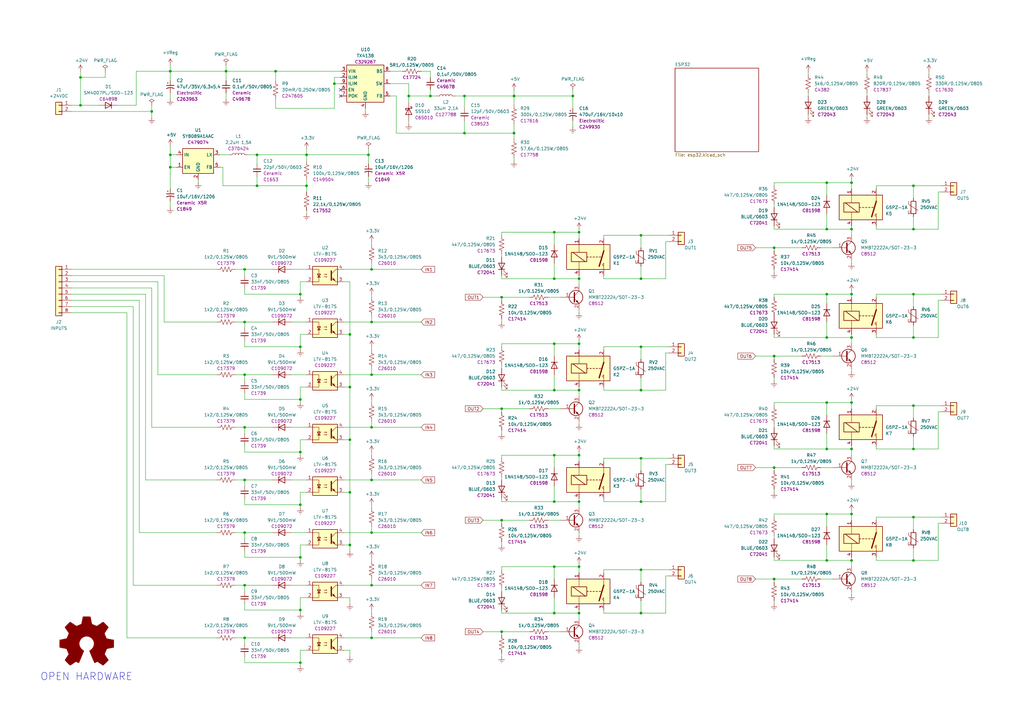
<source format=kicad_sch>
(kicad_sch (version 20211123) (generator eeschema)
  (paper "A3")
  (title_block (title "ESP 8x 24VDC Input 8x Relay Output Module") (date "2022-10-10") (rev "V1"))
  (junction (at 69.85 68.58))
  (junction (at 143.51 223.52))
  (junction (at 152.4 240.03))
  (junction (at 176.53 39.37))
  (junction (at 374.65 166.37))
  (junction (at 237.49 251.46))
  (junction (at 143.51 180.34))
  (junction (at 317.5 191.77))
  (junction (at 227.33 160.02))
  (junction (at 205.74 259.08))
  (junction (at 62.23 45.72))
  (junction (at 227.33 114.3))
  (junction (at 262.89 160.02))
  (junction (at 152.4 132.08))
  (junction (at 237.49 186.69))
  (junction (at 167.64 39.37))
  (junction (at 339.09 74.93))
  (junction (at 205.74 121.92))
  (junction (at 143.51 137.16))
  (junction (at 151.13 63.5))
  (junction (at 152.4 153.67))
  (junction (at 227.33 186.69))
  (junction (at 349.25 120.65))
  (junction (at 105.41 76.2))
  (junction (at 237.49 160.02))
  (junction (at 190.5 54.61))
  (junction (at 262.89 251.46))
  (junction (at 349.25 74.93))
  (junction (at 100.33 240.03))
  (junction (at 152.4 261.62))
  (junction (at 69.85 63.5))
  (junction (at 152.4 175.26))
  (junction (at 339.09 93.98))
  (junction (at 190.5 39.37))
  (junction (at 123.19 250.19))
  (junction (at 262.89 205.74))
  (junction (at 33.02 43.18))
  (junction (at 123.19 271.78))
  (junction (at 125.73 76.2))
  (junction (at 317.5 101.6))
  (junction (at 262.89 233.68))
  (junction (at 374.65 184.15))
  (junction (at 339.09 229.87))
  (junction (at 262.89 96.52))
  (junction (at 210.82 54.61))
  (junction (at 349.25 138.43))
  (junction (at 123.19 142.24))
  (junction (at 123.19 207.01))
  (junction (at 339.09 120.65))
  (junction (at 105.41 63.5))
  (junction (at 152.4 110.49))
  (junction (at 237.49 205.74))
  (junction (at 100.33 153.67))
  (junction (at 262.89 142.24))
  (junction (at 374.65 93.98))
  (junction (at 152.4 218.44))
  (junction (at 210.82 39.37))
  (junction (at 205.74 213.36))
  (junction (at 123.19 228.6))
  (junction (at 339.09 184.15))
  (junction (at 227.33 251.46))
  (junction (at 143.51 158.75))
  (junction (at 227.33 95.25))
  (junction (at 69.85 29.21))
  (junction (at 262.89 114.3))
  (junction (at 33.02 31.75))
  (junction (at 374.65 120.65))
  (junction (at 123.19 120.65))
  (junction (at 374.65 76.2))
  (junction (at 227.33 205.74))
  (junction (at 92.71 29.21))
  (junction (at 205.74 167.64))
  (junction (at 262.89 187.96))
  (junction (at 339.09 210.82))
  (junction (at 374.65 229.87))
  (junction (at 374.65 212.09))
  (junction (at 100.33 110.49))
  (junction (at 100.33 261.62))
  (junction (at 339.09 165.1))
  (junction (at 349.25 165.1))
  (junction (at 349.25 93.98))
  (junction (at 227.33 232.41))
  (junction (at 339.09 138.43))
  (junction (at 100.33 196.85))
  (junction (at 152.4 196.85))
  (junction (at 100.33 218.44))
  (junction (at 123.19 163.83))
  (junction (at 227.33 140.97))
  (junction (at 237.49 114.3))
  (junction (at 317.5 146.05))
  (junction (at 100.33 132.08))
  (junction (at 143.51 201.93))
  (junction (at 125.73 63.5))
  (junction (at 234.95 39.37))
  (junction (at 349.25 210.82))
  (junction (at 237.49 232.41))
  (junction (at 349.25 229.87))
  (junction (at 349.25 184.15))
  (junction (at 123.19 185.42))
  (junction (at 237.49 140.97))
  (junction (at 137.16 34.29))
  (junction (at 113.03 29.21))
  (junction (at 374.65 138.43))
  (junction (at 317.5 237.49))
  (junction (at 100.33 175.26))
  (junction (at 237.49 95.25))
  (no_connect (at 139.7 36.83))
  (no_connect (at 139.7 39.37))
  (wire (pts (xy 140.97 240.03) (xy 152.4 240.03)))
  (wire (pts (xy 125.73 73.66) (xy 125.73 76.2)))
  (wire (pts (xy 317.5 101.6) (xy 317.5 102.87)))
  (wire (pts (xy 331.47 46.99) (xy 331.47 48.26)))
  (wire (pts (xy 262.89 246.38) (xy 262.89 251.46)))
  (wire (pts (xy 247.65 96.52) (xy 262.89 96.52)))
  (wire (pts (xy 69.85 29.21) (xy 92.71 29.21)))
  (wire (pts (xy 339.09 215.9) (xy 339.09 210.82)))
  (wire (pts (xy 247.65 233.68) (xy 262.89 233.68)))
  (wire (pts (xy 119.38 240.03) (xy 125.73 240.03)))
  (wire (pts (xy 384.81 123.19) (xy 384.81 138.43)))
  (wire (pts (xy 359.41 93.98) (xy 359.41 92.71)))
  (wire (pts (xy 96.52 110.49) (xy 100.33 110.49)))
  (wire (pts (xy 359.41 184.15) (xy 359.41 182.88)))
  (wire (pts (xy 160.02 34.29) (xy 167.64 34.29)))
  (wire (pts (xy 105.41 76.2) (xy 125.73 76.2)))
  (wire (pts (xy 100.33 242.57) (xy 100.33 240.03)))
  (wire (pts (xy 198.12 259.08) (xy 205.74 259.08)))
  (wire (pts (xy 100.33 156.21) (xy 100.33 153.67)))
  (wire (pts (xy 190.5 54.61) (xy 210.82 54.61)))
  (wire (pts (xy 152.4 163.83) (xy 152.4 165.1)))
  (wire (pts (xy 205.74 167.64) (xy 205.74 168.91)))
  (wire (pts (xy 317.5 146.05) (xy 328.93 146.05)))
  (wire (pts (xy 355.6 46.99) (xy 355.6 48.26)))
  (wire (pts (xy 374.65 133.35) (xy 374.65 138.43)))
  (wire (pts (xy 123.19 245.11) (xy 123.19 250.19)))
  (wire (pts (xy 237.49 158.75) (xy 237.49 160.02)))
  (wire (pts (xy 262.89 109.22) (xy 262.89 114.3)))
  (wire (pts (xy 262.89 114.3) (xy 247.65 114.3)))
  (wire (pts (xy 62.23 175.26) (xy 88.9 175.26)))
  (wire (pts (xy 349.25 151.13) (xy 349.25 152.4)))
  (wire (pts (xy 152.4 196.85) (xy 172.72 196.85)))
  (wire (pts (xy 160.02 29.21) (xy 165.1 29.21)))
  (wire (pts (xy 374.65 171.45) (xy 374.65 166.37)))
  (wire (pts (xy 317.5 74.93) (xy 339.09 74.93)))
  (wire (pts (xy 186.69 39.37) (xy 190.5 39.37)))
  (wire (pts (xy 64.77 115.57) (xy 64.77 153.67)))
  (wire (pts (xy 100.33 163.83) (xy 123.19 163.83)))
  (wire (pts (xy 273.05 251.46) (xy 262.89 251.46)))
  (wire (pts (xy 125.73 158.75) (xy 123.19 158.75)))
  (wire (pts (xy 247.65 114.3) (xy 247.65 113.03)))
  (wire (pts (xy 123.19 163.83) (xy 123.19 165.1)))
  (wire (pts (xy 317.5 146.05) (xy 317.5 147.32)))
  (wire (pts (xy 317.5 237.49) (xy 317.5 238.76)))
  (wire (pts (xy 237.49 172.72) (xy 237.49 173.99)))
  (wire (pts (xy 227.33 237.49) (xy 227.33 232.41)))
  (wire (pts (xy 125.73 180.34) (xy 123.19 180.34)))
  (wire (pts (xy 96.52 261.62) (xy 100.33 261.62)))
  (wire (pts (xy 359.41 166.37) (xy 359.41 167.64)))
  (wire (pts (xy 81.28 73.66) (xy 81.28 74.93)))
  (wire (pts (xy 125.73 60.96) (xy 125.73 63.5)))
  (wire (pts (xy 205.74 140.97) (xy 205.74 142.24)))
  (wire (pts (xy 227.33 186.69) (xy 237.49 186.69)))
  (wire (pts (xy 105.41 72.39) (xy 105.41 76.2)))
  (wire (pts (xy 100.33 247.65) (xy 100.33 250.19)))
  (wire (pts (xy 205.74 250.19) (xy 205.74 251.46)))
  (wire (pts (xy 234.95 36.83) (xy 234.95 39.37)))
  (wire (pts (xy 262.89 187.96) (xy 274.32 187.96)))
  (wire (pts (xy 359.41 76.2) (xy 374.65 76.2)))
  (wire (pts (xy 349.25 209.55) (xy 349.25 210.82)))
  (wire (pts (xy 62.23 118.11) (xy 62.23 175.26)))
  (wire (pts (xy 29.21 113.03) (xy 67.31 113.03)))
  (wire (pts (xy 123.19 250.19) (xy 123.19 251.46)))
  (wire (pts (xy 349.25 163.83) (xy 349.25 165.1)))
  (wire (pts (xy 123.19 142.24) (xy 123.19 143.51)))
  (wire (pts (xy 374.65 138.43) (xy 359.41 138.43)))
  (wire (pts (xy 140.97 218.44) (xy 152.4 218.44)))
  (wire (pts (xy 152.4 207.01) (xy 152.4 208.28)))
  (wire (pts (xy 381 39.37) (xy 381 38.1)))
  (wire (pts (xy 152.4 261.62) (xy 172.72 261.62)))
  (wire (pts (xy 386.08 78.74) (xy 384.81 78.74)))
  (wire (pts (xy 349.25 229.87) (xy 349.25 232.41)))
  (wire (pts (xy 205.74 95.25) (xy 227.33 95.25)))
  (wire (pts (xy 317.5 184.15) (xy 339.09 184.15)))
  (wire (pts (xy 152.4 110.49) (xy 172.72 110.49)))
  (wire (pts (xy 152.4 142.24) (xy 152.4 143.51)))
  (wire (pts (xy 143.51 266.7) (xy 143.51 269.24)))
  (wire (pts (xy 100.33 269.24) (xy 100.33 271.78)))
  (wire (pts (xy 237.49 218.44) (xy 237.49 219.71)))
  (wire (pts (xy 140.97 137.16) (xy 143.51 137.16)))
  (wire (pts (xy 162.56 39.37) (xy 162.56 54.61)))
  (wire (pts (xy 227.33 251.46) (xy 237.49 251.46)))
  (wire (pts (xy 205.74 113.03) (xy 205.74 114.3)))
  (wire (pts (xy 317.5 83.82) (xy 317.5 85.09)))
  (wire (pts (xy 119.38 218.44) (xy 125.73 218.44)))
  (wire (pts (xy 140.97 175.26) (xy 152.4 175.26)))
  (wire (pts (xy 374.65 166.37) (xy 386.08 166.37)))
  (wire (pts (xy 355.6 39.37) (xy 355.6 38.1)))
  (wire (pts (xy 237.49 185.42) (xy 237.49 186.69)))
  (wire (pts (xy 339.09 87.63) (xy 339.09 93.98)))
  (wire (pts (xy 262.89 101.6) (xy 262.89 96.52)))
  (wire (pts (xy 92.71 29.21) (xy 92.71 33.02)))
  (wire (pts (xy 100.33 261.62) (xy 111.76 261.62)))
  (wire (pts (xy 100.33 132.08) (xy 111.76 132.08)))
  (wire (pts (xy 152.4 151.13) (xy 152.4 153.67)))
  (wire (pts (xy 273.05 99.06) (xy 273.05 114.3)))
  (wire (pts (xy 237.49 186.69) (xy 237.49 189.23)))
  (wire (pts (xy 262.89 193.04) (xy 262.89 187.96)))
  (wire (pts (xy 123.19 207.01) (xy 123.19 208.28)))
  (wire (pts (xy 339.09 80.01) (xy 339.09 74.93)))
  (wire (pts (xy 224.79 121.92) (xy 229.87 121.92)))
  (wire (pts (xy 349.25 196.85) (xy 349.25 198.12)))
  (wire (pts (xy 274.32 99.06) (xy 273.05 99.06)))
  (wire (pts (xy 125.73 63.5) (xy 125.73 66.04)))
  (wire (pts (xy 227.33 146.05) (xy 227.33 140.97)))
  (wire (pts (xy 176.53 39.37) (xy 176.53 36.83)))
  (wire (pts (xy 96.52 132.08) (xy 100.33 132.08)))
  (wire (pts (xy 92.71 26.67) (xy 92.71 29.21)))
  (wire (pts (xy 100.33 185.42) (xy 123.19 185.42)))
  (wire (pts (xy 205.74 195.58) (xy 205.74 196.85)))
  (wire (pts (xy 205.74 259.08) (xy 217.17 259.08)))
  (wire (pts (xy 100.33 142.24) (xy 123.19 142.24)))
  (wire (pts (xy 151.13 72.39) (xy 151.13 74.93)))
  (wire (pts (xy 359.41 138.43) (xy 359.41 137.16)))
  (wire (pts (xy 140.97 261.62) (xy 152.4 261.62)))
  (wire (pts (xy 152.4 185.42) (xy 152.4 186.69)))
  (wire (pts (xy 198.12 167.64) (xy 205.74 167.64)))
  (wire (pts (xy 317.5 210.82) (xy 339.09 210.82)))
  (wire (pts (xy 374.65 120.65) (xy 386.08 120.65)))
  (wire (pts (xy 349.25 74.93) (xy 349.25 77.47)))
  (wire (pts (xy 123.19 137.16) (xy 123.19 142.24)))
  (wire (pts (xy 349.25 182.88) (xy 349.25 184.15)))
  (wire (pts (xy 105.41 63.5) (xy 125.73 63.5)))
  (wire (pts (xy 349.25 73.66) (xy 349.25 74.93)))
  (wire (pts (xy 113.03 44.45) (xy 137.16 44.45)))
  (wire (pts (xy 237.49 264.16) (xy 237.49 265.43)))
  (wire (pts (xy 262.89 238.76) (xy 262.89 233.68)))
  (wire (pts (xy 125.73 245.11) (xy 123.19 245.11)))
  (wire (pts (xy 262.89 233.68) (xy 274.32 233.68)))
  (wire (pts (xy 227.33 153.67) (xy 227.33 160.02)))
  (wire (pts (xy 317.5 237.49) (xy 328.93 237.49)))
  (wire (pts (xy 317.5 219.71) (xy 317.5 220.98)))
  (wire (pts (xy 55.88 43.18) (xy 55.88 29.21)))
  (wire (pts (xy 100.33 264.16) (xy 100.33 261.62)))
  (wire (pts (xy 309.88 237.49) (xy 317.5 237.49)))
  (wire (pts (xy 205.74 104.14) (xy 205.74 105.41)))
  (wire (pts (xy 237.49 250.19) (xy 237.49 251.46)))
  (wire (pts (xy 29.21 128.27) (xy 52.07 128.27)))
  (wire (pts (xy 205.74 232.41) (xy 205.74 233.68)))
  (wire (pts (xy 123.19 223.52) (xy 123.19 228.6)))
  (wire (pts (xy 317.5 191.77) (xy 317.5 193.04)))
  (wire (pts (xy 100.33 118.11) (xy 100.33 120.65)))
  (wire (pts (xy 100.33 161.29) (xy 100.33 163.83)))
  (wire (pts (xy 100.33 204.47) (xy 100.33 207.01)))
  (wire (pts (xy 384.81 168.91) (xy 384.81 184.15)))
  (wire (pts (xy 69.85 82.55) (xy 69.85 85.09)))
  (wire (pts (xy 339.09 170.18) (xy 339.09 165.1)))
  (wire (pts (xy 152.4 129.54) (xy 152.4 132.08)))
  (wire (pts (xy 210.82 39.37) (xy 210.82 43.18)))
  (wire (pts (xy 349.25 165.1) (xy 349.25 167.64)))
  (wire (pts (xy 143.51 115.57) (xy 143.51 137.16)))
  (wire (pts (xy 140.97 223.52) (xy 143.51 223.52)))
  (wire (pts (xy 137.16 44.45) (xy 137.16 34.29)))
  (wire (pts (xy 29.21 43.18) (xy 33.02 43.18)))
  (wire (pts (xy 100.33 226.06) (xy 100.33 228.6)))
  (wire (pts (xy 262.89 251.46) (xy 247.65 251.46)))
  (wire (pts (xy 384.81 214.63) (xy 384.81 229.87)))
  (wire (pts (xy 62.23 43.18) (xy 62.23 45.72)))
  (wire (pts (xy 374.65 229.87) (xy 359.41 229.87)))
  (wire (pts (xy 64.77 153.67) (xy 88.9 153.67)))
  (wire (pts (xy 43.18 31.75) (xy 33.02 31.75)))
  (wire (pts (xy 205.74 121.92) (xy 205.74 123.19)))
  (wire (pts (xy 317.5 74.93) (xy 317.5 76.2)))
  (wire (pts (xy 317.5 92.71) (xy 317.5 93.98)))
  (wire (pts (xy 152.4 153.67) (xy 172.72 153.67)))
  (wire (pts (xy 336.55 146.05) (xy 341.63 146.05)))
  (wire (pts (xy 90.17 68.58) (xy 91.44 68.58)))
  (wire (pts (xy 224.79 259.08) (xy 229.87 259.08)))
  (wire (pts (xy 48.26 43.18) (xy 55.88 43.18)))
  (wire (pts (xy 67.31 132.08) (xy 88.9 132.08)))
  (wire (pts (xy 355.6 29.21) (xy 355.6 30.48)))
  (wire (pts (xy 205.74 121.92) (xy 217.17 121.92)))
  (wire (pts (xy 69.85 59.69) (xy 69.85 63.5)))
  (wire (pts (xy 309.88 191.77) (xy 317.5 191.77)))
  (wire (pts (xy 152.4 215.9) (xy 152.4 218.44)))
  (wire (pts (xy 52.07 261.62) (xy 88.9 261.62)))
  (wire (pts (xy 205.74 204.47) (xy 205.74 205.74)))
  (wire (pts (xy 384.81 229.87) (xy 374.65 229.87)))
  (wire (pts (xy 152.4 237.49) (xy 152.4 240.03)))
  (wire (pts (xy 359.41 76.2) (xy 359.41 77.47)))
  (wire (pts (xy 339.09 74.93) (xy 349.25 74.93)))
  (wire (pts (xy 167.64 49.53) (xy 167.64 50.8)))
  (wire (pts (xy 123.19 158.75) (xy 123.19 163.83)))
  (wire (pts (xy 384.81 184.15) (xy 374.65 184.15)))
  (wire (pts (xy 339.09 177.8) (xy 339.09 184.15)))
  (wire (pts (xy 152.4 175.26) (xy 172.72 175.26)))
  (wire (pts (xy 143.51 201.93) (xy 143.51 223.52)))
  (wire (pts (xy 151.13 60.96) (xy 151.13 63.5)))
  (wire (pts (xy 247.65 233.68) (xy 247.65 234.95)))
  (wire (pts (xy 349.25 106.68) (xy 349.25 107.95)))
  (wire (pts (xy 349.25 93.98) (xy 349.25 96.52)))
  (wire (pts (xy 59.69 196.85) (xy 88.9 196.85)))
  (wire (pts (xy 374.65 212.09) (xy 386.08 212.09)))
  (wire (pts (xy 123.19 228.6) (xy 123.19 229.87)))
  (wire (pts (xy 317.5 182.88) (xy 317.5 184.15)))
  (wire (pts (xy 69.85 68.58) (xy 72.39 68.58)))
  (wire (pts (xy 205.74 95.25) (xy 205.74 96.52)))
  (wire (pts (xy 317.5 101.6) (xy 328.93 101.6)))
  (wire (pts (xy 386.08 214.63) (xy 384.81 214.63)))
  (wire (pts (xy 339.09 124.46) (xy 339.09 120.65)))
  (wire (pts (xy 123.19 266.7) (xy 123.19 271.78)))
  (wire (pts (xy 198.12 213.36) (xy 205.74 213.36)))
  (wire (pts (xy 123.19 201.93) (xy 123.19 207.01)))
  (wire (pts (xy 100.33 139.7) (xy 100.33 142.24)))
  (wire (pts (xy 152.4 194.31) (xy 152.4 196.85)))
  (wire (pts (xy 205.74 130.81) (xy 205.74 132.08)))
  (wire (pts (xy 100.33 177.8) (xy 100.33 175.26)))
  (wire (pts (xy 247.65 187.96) (xy 262.89 187.96)))
  (wire (pts (xy 119.38 110.49) (xy 125.73 110.49)))
  (wire (pts (xy 374.65 179.07) (xy 374.65 184.15)))
  (wire (pts (xy 374.65 88.9) (xy 374.65 93.98)))
  (wire (pts (xy 100.33 110.49) (xy 111.76 110.49)))
  (wire (pts (xy 349.25 138.43) (xy 349.25 140.97)))
  (wire (pts (xy 96.52 196.85) (xy 100.33 196.85)))
  (wire (pts (xy 227.33 107.95) (xy 227.33 114.3)))
  (wire (pts (xy 143.51 223.52) (xy 143.51 226.06)))
  (wire (pts (xy 262.89 154.94) (xy 262.89 160.02)))
  (wire (pts (xy 92.71 38.1) (xy 92.71 40.64)))
  (wire (pts (xy 176.53 29.21) (xy 176.53 31.75)))
  (wire (pts (xy 90.17 63.5) (xy 93.98 63.5)))
  (wire (pts (xy 381 29.21) (xy 381 30.48)))
  (wire (pts (xy 205.74 160.02) (xy 227.33 160.02)))
  (wire (pts (xy 140.97 132.08) (xy 152.4 132.08)))
  (wire (pts (xy 167.64 39.37) (xy 176.53 39.37)))
  (wire (pts (xy 317.5 173.99) (xy 317.5 175.26)))
  (wire (pts (xy 374.65 184.15) (xy 359.41 184.15)))
  (wire (pts (xy 205.74 186.69) (xy 227.33 186.69)))
  (wire (pts (xy 100.33 240.03) (xy 111.76 240.03)))
  (wire (pts (xy 384.81 93.98) (xy 374.65 93.98)))
  (wire (pts (xy 374.65 224.79) (xy 374.65 229.87)))
  (wire (pts (xy 339.09 229.87) (xy 349.25 229.87)))
  (wire (pts (xy 125.73 266.7) (xy 123.19 266.7)))
  (wire (pts (xy 140.97 266.7) (xy 143.51 266.7)))
  (wire (pts (xy 374.65 93.98) (xy 359.41 93.98)))
  (wire (pts (xy 190.5 39.37) (xy 190.5 44.45)))
  (wire (pts (xy 100.33 250.19) (xy 123.19 250.19)))
  (wire (pts (xy 172.72 29.21) (xy 176.53 29.21)))
  (wire (pts (xy 247.65 142.24) (xy 262.89 142.24)))
  (wire (pts (xy 247.65 205.74) (xy 247.65 204.47)))
  (wire (pts (xy 237.49 140.97) (xy 237.49 143.51)))
  (wire (pts (xy 91.44 76.2) (xy 105.41 76.2)))
  (wire (pts (xy 140.97 201.93) (xy 143.51 201.93)))
  (wire (pts (xy 152.4 120.65) (xy 152.4 121.92)))
  (wire (pts (xy 317.5 154.94) (xy 317.5 156.21)))
  (wire (pts (xy 237.49 231.14) (xy 237.49 232.41)))
  (wire (pts (xy 317.5 120.65) (xy 339.09 120.65)))
  (wire (pts (xy 125.73 201.93) (xy 123.19 201.93)))
  (wire (pts (xy 336.55 237.49) (xy 341.63 237.49)))
  (wire (pts (xy 237.49 114.3) (xy 237.49 116.84)))
  (wire (pts (xy 247.65 160.02) (xy 247.65 158.75)))
  (wire (pts (xy 190.5 54.61) (xy 190.5 49.53)))
  (wire (pts (xy 205.74 176.53) (xy 205.74 177.8)))
  (wire (pts (xy 317.5 191.77) (xy 328.93 191.77)))
  (wire (pts (xy 100.33 153.67) (xy 111.76 153.67)))
  (wire (pts (xy 237.49 160.02) (xy 237.49 162.56)))
  (wire (pts (xy 224.79 167.64) (xy 229.87 167.64)))
  (wire (pts (xy 336.55 191.77) (xy 341.63 191.77)))
  (wire (pts (xy 54.61 125.73) (xy 54.61 240.03)))
  (wire (pts (xy 100.33 196.85) (xy 111.76 196.85)))
  (wire (pts (xy 317.5 93.98) (xy 339.09 93.98)))
  (wire (pts (xy 317.5 137.16) (xy 317.5 138.43)))
  (wire (pts (xy 96.52 175.26) (xy 100.33 175.26)))
  (wire (pts (xy 29.21 123.19) (xy 57.15 123.19)))
  (wire (pts (xy 57.15 218.44) (xy 88.9 218.44)))
  (wire (pts (xy 205.74 222.25) (xy 205.74 223.52)))
  (wire (pts (xy 227.33 245.11) (xy 227.33 251.46)))
  (wire (pts (xy 151.13 67.31) (xy 151.13 63.5)))
  (wire (pts (xy 317.5 210.82) (xy 317.5 212.09)))
  (wire (pts (xy 359.41 120.65) (xy 374.65 120.65)))
  (wire (pts (xy 273.05 144.78) (xy 273.05 160.02)))
  (wire (pts (xy 29.21 118.11) (xy 62.23 118.11)))
  (wire (pts (xy 317.5 246.38) (xy 317.5 247.65)))
  (wire (pts (xy 29.21 120.65) (xy 59.69 120.65)))
  (wire (pts (xy 167.64 39.37) (xy 167.64 41.91)))
  (wire (pts (xy 96.52 153.67) (xy 100.33 153.67)))
  (wire (pts (xy 381 46.99) (xy 381 48.26)))
  (wire (pts (xy 205.74 241.3) (xy 205.74 242.57)))
  (wire (pts (xy 140.97 158.75) (xy 143.51 158.75)))
  (wire (pts (xy 247.65 187.96) (xy 247.65 189.23)))
  (wire (pts (xy 152.4 172.72) (xy 152.4 175.26)))
  (wire (pts (xy 349.25 137.16) (xy 349.25 138.43)))
  (wire (pts (xy 105.41 63.5) (xy 105.41 67.31)))
  (wire (pts (xy 374.65 76.2) (xy 386.08 76.2)))
  (wire (pts (xy 317.5 165.1) (xy 317.5 166.37)))
  (wire (pts (xy 237.49 127) (xy 237.49 128.27)))
  (wire (pts (xy 317.5 110.49) (xy 317.5 111.76)))
  (wire (pts (xy 384.81 78.74) (xy 384.81 93.98)))
  (wire (pts (xy 100.33 207.01) (xy 123.19 207.01)))
  (wire (pts (xy 374.65 81.28) (xy 374.65 76.2)))
  (wire (pts (xy 331.47 39.37) (xy 331.47 38.1)))
  (wire (pts (xy 152.4 228.6) (xy 152.4 229.87)))
  (wire (pts (xy 143.51 245.11) (xy 143.51 247.65)))
  (wire (pts (xy 317.5 229.87) (xy 339.09 229.87)))
  (wire (pts (xy 119.38 261.62) (xy 125.73 261.62)))
  (wire (pts (xy 29.21 45.72) (xy 62.23 45.72)))
  (wire (pts (xy 69.85 63.5) (xy 72.39 63.5)))
  (wire (pts (xy 349.25 210.82) (xy 349.25 213.36)))
  (wire (pts (xy 262.89 160.02) (xy 247.65 160.02)))
  (wire (pts (xy 262.89 142.24) (xy 274.32 142.24)))
  (wire (pts (xy 210.82 64.77) (xy 210.82 66.04)))
  (wire (pts (xy 55.88 29.21) (xy 69.85 29.21)))
  (wire (pts (xy 227.33 140.97) (xy 237.49 140.97)))
  (wire (pts (xy 101.6 63.5) (xy 105.41 63.5)))
  (wire (pts (xy 349.25 184.15) (xy 349.25 186.69)))
  (wire (pts (xy 100.33 271.78) (xy 123.19 271.78)))
  (wire (pts (xy 29.21 115.57) (xy 64.77 115.57)))
  (wire (pts (xy 317.5 228.6) (xy 317.5 229.87)))
  (wire (pts (xy 227.33 114.3) (xy 237.49 114.3)))
  (wire (pts (xy 113.03 40.64) (xy 113.03 44.45)))
  (wire (pts (xy 162.56 54.61) (xy 190.5 54.61)))
  (wire (pts (xy 227.33 205.74) (xy 237.49 205.74)))
  (wire (pts (xy 143.51 158.75) (xy 143.51 180.34)))
  (wire (pts (xy 317.5 120.65) (xy 317.5 121.92)))
  (wire (pts (xy 100.33 199.39) (xy 100.33 196.85)))
  (wire (pts (xy 339.09 120.65) (xy 349.25 120.65)))
  (wire (pts (xy 349.25 242.57) (xy 349.25 243.84)))
  (wire (pts (xy 317.5 200.66) (xy 317.5 201.93)))
  (wire (pts (xy 237.49 113.03) (xy 237.49 114.3)))
  (wire (pts (xy 123.19 271.78) (xy 123.19 273.05)))
  (wire (pts (xy 273.05 236.22) (xy 273.05 251.46)))
  (wire (pts (xy 113.03 29.21) (xy 113.03 33.02)))
  (wire (pts (xy 210.82 54.61) (xy 210.82 57.15)))
  (wire (pts (xy 205.74 232.41) (xy 227.33 232.41)))
  (wire (pts (xy 359.41 229.87) (xy 359.41 228.6)))
  (wire (pts (xy 92.71 29.21) (xy 113.03 29.21)))
  (wire (pts (xy 205.74 114.3) (xy 227.33 114.3)))
  (wire (pts (xy 317.5 165.1) (xy 339.09 165.1)))
  (wire (pts (xy 123.19 185.42) (xy 123.19 186.69)))
  (wire (pts (xy 140.97 245.11) (xy 143.51 245.11)))
  (wire (pts (xy 137.16 34.29) (xy 137.16 31.75)))
  (wire (pts (xy 349.25 228.6) (xy 349.25 229.87)))
  (wire (pts (xy 152.4 250.19) (xy 152.4 251.46)))
  (wire (pts (xy 33.02 29.21) (xy 33.02 31.75)))
  (wire (pts (xy 205.74 149.86) (xy 205.74 151.13)))
  (wire (pts (xy 227.33 100.33) (xy 227.33 95.25)))
  (wire (pts (xy 205.74 213.36) (xy 217.17 213.36)))
  (wire (pts (xy 309.88 146.05) (xy 317.5 146.05)))
  (wire (pts (xy 374.65 125.73) (xy 374.65 120.65)))
  (wire (pts (xy 69.85 63.5) (xy 69.85 68.58)))
  (wire (pts (xy 167.64 34.29) (xy 167.64 39.37)))
  (wire (pts (xy 273.05 190.5) (xy 273.05 205.74)))
  (wire (pts (xy 125.73 76.2) (xy 125.73 78.74)))
  (wire (pts (xy 359.41 120.65) (xy 359.41 121.92)))
  (wire (pts (xy 140.97 110.49) (xy 152.4 110.49)))
  (wire (pts (xy 205.74 158.75) (xy 205.74 160.02)))
  (wire (pts (xy 152.4 132.08) (xy 172.72 132.08)))
  (wire (pts (xy 96.52 240.03) (xy 100.33 240.03)))
  (wire (pts (xy 69.85 68.58) (xy 69.85 77.47)))
  (wire (pts (xy 227.33 191.77) (xy 227.33 186.69)))
  (wire (pts (xy 262.89 96.52) (xy 274.32 96.52)))
  (wire (pts (xy 152.4 107.95) (xy 152.4 110.49)))
  (wire (pts (xy 359.41 212.09) (xy 359.41 213.36)))
  (wire (pts (xy 237.49 93.98) (xy 237.49 95.25)))
  (wire (pts (xy 125.73 223.52) (xy 123.19 223.52)))
  (wire (pts (xy 386.08 168.91) (xy 384.81 168.91)))
  (wire (pts (xy 140.97 115.57) (xy 143.51 115.57)))
  (wire (pts (xy 176.53 39.37) (xy 179.07 39.37)))
  (wire (pts (xy 262.89 147.32) (xy 262.89 142.24)))
  (wire (pts (xy 205.74 213.36) (xy 205.74 214.63)))
  (wire (pts (xy 100.33 220.98) (xy 100.33 218.44)))
  (wire (pts (xy 205.74 259.08) (xy 205.74 260.35)))
  (wire (pts (xy 227.33 232.41) (xy 237.49 232.41)))
  (wire (pts (xy 237.49 139.7) (xy 237.49 140.97)))
  (wire (pts (xy 205.74 167.64) (xy 217.17 167.64)))
  (wire (pts (xy 234.95 49.53) (xy 234.95 52.07)))
  (wire (pts (xy 143.51 180.34) (xy 143.51 201.93)))
  (wire (pts (xy 247.65 96.52) (xy 247.65 97.79)))
  (wire (pts (xy 137.16 31.75) (xy 139.7 31.75)))
  (wire (pts (xy 198.12 121.92) (xy 205.74 121.92)))
  (wire (pts (xy 119.38 175.26) (xy 125.73 175.26)))
  (wire (pts (xy 123.19 180.34) (xy 123.19 185.42)))
  (wire (pts (xy 374.65 217.17) (xy 374.65 212.09)))
  (wire (pts (xy 119.38 153.67) (xy 125.73 153.67)))
  (wire (pts (xy 339.09 184.15) (xy 349.25 184.15)))
  (wire (pts (xy 237.49 232.41) (xy 237.49 234.95)))
  (wire (pts (xy 205.74 205.74) (xy 227.33 205.74)))
  (wire (pts (xy 69.85 38.1) (xy 69.85 40.64)))
  (wire (pts (xy 339.09 165.1) (xy 349.25 165.1)))
  (wire (pts (xy 113.03 29.21) (xy 139.7 29.21)))
  (wire (pts (xy 43.18 29.21) (xy 43.18 31.75)))
  (wire (pts (xy 96.52 218.44) (xy 100.33 218.44)))
  (wire (pts (xy 262.89 205.74) (xy 247.65 205.74)))
  (wire (pts (xy 247.65 142.24) (xy 247.65 143.51)))
  (wire (pts (xy 237.49 251.46) (xy 237.49 254)))
  (wire (pts (xy 100.33 218.44) (xy 111.76 218.44)))
  (wire (pts (xy 339.09 223.52) (xy 339.09 229.87)))
  (wire (pts (xy 140.97 153.67) (xy 152.4 153.67)))
  (wire (pts (xy 247.65 251.46) (xy 247.65 250.19)))
  (wire (pts (xy 29.21 110.49) (xy 88.9 110.49)))
  (wire (pts (xy 339.09 138.43) (xy 349.25 138.43)))
  (wire (pts (xy 274.32 236.22) (xy 273.05 236.22)))
  (wire (pts (xy 205.74 140.97) (xy 227.33 140.97)))
  (wire (pts (xy 52.07 128.27) (xy 52.07 261.62)))
  (wire (pts (xy 152.4 240.03) (xy 172.72 240.03)))
  (wire (pts (xy 317.5 138.43) (xy 339.09 138.43)))
  (wire (pts (xy 273.05 205.74) (xy 262.89 205.74)))
  (wire (pts (xy 125.73 137.16) (xy 123.19 137.16)))
  (wire (pts (xy 33.02 31.75) (xy 33.02 43.18)))
  (wire (pts (xy 100.33 134.62) (xy 100.33 132.08)))
  (wire (pts (xy 33.02 43.18) (xy 40.64 43.18)))
  (wire (pts (xy 100.33 175.26) (xy 111.76 175.26)))
  (wire (pts (xy 100.33 228.6) (xy 123.19 228.6)))
  (wire (pts (xy 69.85 26.67) (xy 69.85 29.21)))
  (wire (pts (xy 349.25 120.65) (xy 349.25 121.92)))
  (wire (pts (xy 234.95 44.45) (xy 234.95 39.37)))
  (wire (pts (xy 237.49 205.74) (xy 237.49 208.28)))
  (wire (pts (xy 274.32 190.5) (xy 273.05 190.5)))
  (wire (pts (xy 140.97 180.34) (xy 143.51 180.34)))
  (wire (pts (xy 262.89 200.66) (xy 262.89 205.74)))
  (wire (pts (xy 227.33 95.25) (xy 237.49 95.25)))
  (wire (pts (xy 205.74 251.46) (xy 227.33 251.46)))
  (wire (pts (xy 309.88 101.6) (xy 317.5 101.6)))
  (wire (pts (xy 100.33 113.03) (xy 100.33 110.49)))
  (wire (pts (xy 100.33 182.88) (xy 100.33 185.42)))
  (wire (pts (xy 339.09 210.82) (xy 349.25 210.82)))
  (wire (pts (xy 140.97 196.85) (xy 152.4 196.85)))
  (wire (pts (xy 359.41 212.09) (xy 374.65 212.09)))
  (wire (pts (xy 91.44 68.58) (xy 91.44 76.2)))
  (wire (pts (xy 205.74 267.97) (xy 205.74 269.24)))
  (wire (pts (xy 339.09 132.08) (xy 339.09 138.43)))
  (wire (pts (xy 273.05 114.3) (xy 262.89 114.3)))
  (wire (pts (xy 143.51 137.16) (xy 143.51 158.75)))
  (wire (pts (xy 125.73 115.57) (xy 123.19 115.57)))
  (wire (pts (xy 123.19 115.57) (xy 123.19 120.65)))
  (wire (pts (xy 237.49 95.25) (xy 237.49 97.79)))
  (wire (pts (xy 152.4 259.08) (xy 152.4 261.62)))
  (wire (pts (xy 349.25 92.71) (xy 349.25 93.98)))
  (wire (pts (xy 359.41 166.37) (xy 374.65 166.37)))
  (wire (pts (xy 386.08 123.19) (xy 384.81 123.19)))
  (wire (pts (xy 227.33 199.39) (xy 227.33 205.74)))
  (wire (pts (xy 57.15 123.19) (xy 57.15 218.44)))
  (wire (pts (xy 273.05 160.02) (xy 262.89 160.02)))
  (wire (pts (xy 349.25 119.38) (xy 349.25 120.65)))
  (wire (pts (xy 149.86 44.45) (xy 149.86 45.72)))
  (wire (pts (xy 29.21 125.73) (xy 54.61 125.73)))
  (wire (pts (xy 54.61 240.03) (xy 88.9 240.03)))
  (wire (pts (xy 119.38 196.85) (xy 125.73 196.85)))
  (wire (pts (xy 227.33 160.02) (xy 237.49 160.02)))
  (wire (pts (xy 69.85 29.21) (xy 69.85 33.02)))
  (wire (pts (xy 234.95 39.37) (xy 210.82 39.37)))
  (wire (pts (xy 67.31 113.03) (xy 67.31 132.08)))
  (wire (pts (xy 336.55 101.6) (xy 341.63 101.6)))
  (wire (pts (xy 274.32 144.78) (xy 273.05 144.78)))
  (wire (pts (xy 331.47 29.21) (xy 331.47 30.48)))
  (wire (pts (xy 59.69 120.65) (xy 59.69 196.85)))
  (wire (pts (xy 119.38 132.08) (xy 125.73 132.08)))
  (wire (pts (xy 100.33 120.65) (xy 123.19 120.65)))
  (wire (pts (xy 210.82 39.37) (xy 190.5 39.37)))
  (wire (pts (xy 123.19 120.65) (xy 123.19 121.92)))
  (wire (pts (xy 137.16 34.29) (xy 139.7 34.29)))
  (wire (pts (xy 62.23 45.72) (xy 62.23 48.26)))
  (wire (pts (xy 160.02 39.37) (xy 162.56 39.37)))
  (wire (pts (xy 237.49 204.47) (xy 237.49 205.74)))
  (wire (pts (xy 125.73 86.36) (xy 125.73 87.63)))
  (wire (pts (xy 339.09 93.98) (xy 349.25 93.98)))
  (wire (pts (xy 210.82 50.8) (xy 210.82 54.61)))
  (wire (pts (xy 210.82 36.83) (xy 210.82 39.37)))
  (wire (pts (xy 205.74 186.69) (xy 205.74 187.96)))
  (wire (pts (xy 152.4 218.44) (xy 172.72 218.44)))
  (wire (pts (xy 384.81 138.43) (xy 374.65 138.43)))
  (wire (pts (xy 224.79 213.36) (xy 229.87 213.36)))
  (wire (pts (xy 151.13 63.5) (xy 125.73 63.5)))
  (wire (pts (xy 152.4 99.06) (xy 152.4 100.33)))
  (text "OPEN HARDWARE" (at 16.51 279.4 0) (effects (font (size 3 3)) (justify left bottom)))
  (global_label "IN2" (shape input) (at 172.72 132.08 0) (property "Intersheet References" "${INTERSHEET_REFS}" (effects hide)))
  (global_label "OUT6" (shape input) (at 309.88 146.05 180) (property "Intersheet References" "${INTERSHEET_REFS}" (effects hide)))
  (global_label "IN8" (shape input) (at 172.72 261.62 0) (property "Intersheet References" "${INTERSHEET_REFS}" (effects hide)))
  (global_label "OUT5" (shape input) (at 309.88 101.6 180) (property "Intersheet References" "${INTERSHEET_REFS}" (effects hide)))
  (global_label "OUT8" (shape input) (at 309.88 237.49 180) (property "Intersheet References" "${INTERSHEET_REFS}" (effects hide)))
  (global_label "OUT2" (shape input) (at 198.12 167.64 180) (property "Intersheet References" "${INTERSHEET_REFS}" (effects hide)))
  (global_label "IN6" (shape input) (at 172.72 218.44 0) (property "Intersheet References" "${INTERSHEET_REFS}" (effects hide)))
  (global_label "OUT3" (shape input) (at 198.12 213.36 180) (property "Intersheet References" "${INTERSHEET_REFS}" (effects hide)))
  (global_label "IN5" (shape input) (at 172.72 196.85 0) (property "Intersheet References" "${INTERSHEET_REFS}" (effects hide)))
  (global_label "IN1" (shape input) (at 172.72 110.49 0) (property "Intersheet References" "${INTERSHEET_REFS}" (effects hide)))
  (global_label "IN3" (shape input) (at 172.72 153.67 0) (property "Intersheet References" "${INTERSHEET_REFS}" (effects hide)))
  (global_label "IN4" (shape input) (at 172.72 175.26 0) (property "Intersheet References" "${INTERSHEET_REFS}" (effects hide)))
  (global_label "OUT7" (shape input) (at 309.88 191.77 180) (property "Intersheet References" "${INTERSHEET_REFS}" (effects hide)))
  (global_label "OUT1" (shape input) (at 198.12 121.92 180) (property "Intersheet References" "${INTERSHEET_REFS}" (effects hide)))
  (global_label "OUT4" (shape input) (at 198.12 259.08 180) (property "Intersheet References" "${INTERSHEET_REFS}" (effects hide)))
  (global_label "IN7" (shape input) (at 172.72 240.03 0) (property "Intersheet References" "${INTERSHEET_REFS}" (effects hide)))
  (symbol (lib_id "Device:R_US") (at 220.98 121.92 270) (unit 1)
    (property "Reference" "R31" (at 220.98 116.84 90))
    (property "Value" "1k/0,125W/0805" (at 220.98 119.38 90))
    (property "Footprint" "Tales:R_0805_2012Metric" (effects hide))
    (property "Case" "0805/2012" (effects hide))
    (property "Mfr" "Uniroyal" (effects hide))
    (property "Mfr PN" "0805W8F1001T5E" (effects hide))
    (property "Vendor" "JLCPCB" (effects hide))
    (property "Vendor PN" "C17513" (effects hide))
    (property "LCSC Part #" "C17513" (at 220.98 124.46 90))
    (property "JLCPCB BOM" "1" (effects hide))
  )
  (symbol (lib_id "Device:R_US") (at 92.71 110.49 270) (unit 1)
    (property "Reference" "R1" (at 92.71 102.87 90))
    (property "Value" "1k2/0,125W/0805" (at 92.71 105.41 90))
    (property "Footprint" "Tales:R_0805_2012Metric" (effects hide))
    (property "Case" "0805/2012" (effects hide))
    (property "Mfr" "Uniroyal" (effects hide))
    (property "Vendor" "JLCPCB" (effects hide))
    (property "Mfr PN" "0805W8F1201T5E" (effects hide))
    (property "Vendor PN" "C17379" (effects hide))
    (property "LCSC Part #" "C17379" (at 92.71 107.95 90))
    (property "JLCPCB BOM" "1" (effects hide))
  )
  (symbol (lib_id "Device:R_US") (at 331.47 34.29 0) (unit 1)
    (property "Reference" "R44" (at 334.01 31.75 0) (effects (justify left)))
    (property "Value" "5k6/0,125W/0805" (at 334.01 34.29 0) (effects (justify left)))
    (property "Footprint" "Tales:R_0805_2012Metric" (effects hide))
    (property "Case" "0805/2012" (effects hide))
    (property "Mfr" "Uniroyal" (effects hide))
    (property "Mfr PN" "0805W8F5601T5E" (effects hide))
    (property "Vendor" "JLCPCB" (effects hide))
    (property "Vendor PN" "C4382" (effects hide))
    (property "LCSC Part #" "C4382" (at 334.01 36.83 0) (effects (justify left)))
    (property "JLCPCB BOM" "1" (effects hide))
  )
  (symbol (lib_id "Device:D") (at 44.45 43.18 180) (unit 1)
    (property "Reference" "D1" (at 44.45 35.56 0))
    (property "Value" "SM4007PL/SOD-123" (at 44.45 38.1 0))
    (property "Footprint" "Tales:D_SOD-123" (effects hide))
    (property "Case" "SOD-123FL" (effects hide))
    (property "Mfr" "MDD" (effects hide))
    (property "Mfr PN" "SM4007PL" (effects hide))
    (property "Vendor" "JLCPCB" (effects hide))
    (property "Vendor PN" "C64898" (effects hide))
    (property "LCSC Part #" "C64898" (at 44.45 40.64 0))
    (property "JLCPCB BOM" "1" (effects hide))
  )
  (symbol (lib_id "Device:D_Zener") (at 115.57 110.49 0) (unit 1)
    (property "Reference" "D2" (at 115.57 102.87 0))
    (property "Value" "9V1/500mW" (at 115.57 105.41 0))
    (property "Footprint" "Tales:D_MiniMELF" (effects hide))
    (property "Case" "MiniMELF" (effects hide))
    (property "Mfr" "Semtech" (effects hide))
    (property "Mfr PN" "ZMM5239B" (effects hide))
    (property "Vendor" "JLCPCB" (effects hide))
    (property "Vendor PN" "C109072" (effects hide))
    (property "JLCPCB BOM" "1" (effects hide))
    (property "LCSC Part #" "C109072" (at 115.57 107.95 0))
  )
  (symbol (lib_id "power:+5V") (at 355.6 29.21 0) (unit 1)
    (property "Reference" "#PWR065" (effects hide))
    (property "Value" "+5V" (at 355.981 24.8158 0))
  )
  (symbol (lib_id "Tales:+3.3V") (at 381 29.21 0) (unit 1)
    (property "Reference" "#PWR067" (effects hide))
    (property "Value" "+3.3V" (at 381.381 24.8158 0))
  )
  (symbol (lib_id "power:GNDREF") (at 355.6 48.26 0) (unit 1)
    (property "Reference" "#PWR066" (effects hide))
    (property "Value" "GNDREF" (effects hide))
  )
  (symbol (lib_id "power:GNDREF") (at 381 48.26 0) (unit 1)
    (property "Reference" "#PWR068" (effects hide))
    (property "Value" "GNDREF" (effects hide))
  )
  (symbol (lib_id "power:GNDREF") (at 123.19 121.92 0) (unit 1)
    (property "Reference" "#PWR09" (effects hide))
    (property "Value" "GNDREF" (effects hide))
  )
  (symbol (lib_id "Device:R_US") (at 92.71 132.08 270) (unit 1)
    (property "Reference" "R2" (at 92.71 124.46 90))
    (property "Value" "1k2/0,125W/0805" (at 92.71 127 90))
    (property "Footprint" "Tales:R_0805_2012Metric" (effects hide))
    (property "Case" "0805/2012" (effects hide))
    (property "Mfr" "Uniroyal" (effects hide))
    (property "Vendor" "JLCPCB" (effects hide))
    (property "Mfr PN" "0805W8F1201T5E" (effects hide))
    (property "Vendor PN" "C17379" (effects hide))
    (property "LCSC Part #" "C17379" (at 92.71 129.54 90))
    (property "JLCPCB BOM" "1" (effects hide))
  )
  (symbol (lib_id "Device:C_Small") (at 100.33 137.16 0) (unit 1)
    (property "Reference" "C4" (at 102.87 134.62 0) (effects (justify left)))
    (property "Value" "33nF/50V/0805" (at 102.87 137.16 0) (effects (justify left)))
    (property "Footprint" "Tales:C_0805_2012Metric" (effects hide))
    (property "Technology" "Ceramic" (effects hide))
    (property "Case" "0805/2012" (effects hide))
    (property "Mfr" "FH" (effects hide))
    (property "Mfr PN" "0805B333K500NT" (effects hide))
    (property "Vendor" "JLCPCB" (effects hide))
    (property "Vendor PN" "C1739" (effects hide))
    (property "LCSC Part #" "C1739" (at 102.87 139.7 0) (effects (justify left)))
    (property "JLCPCB BOM" "1" (effects hide))
  )
  (symbol (lib_id "Device:D_Zener") (at 115.57 132.08 0) (unit 1)
    (property "Reference" "D3" (at 115.57 124.46 0))
    (property "Value" "9V1/500mW" (at 115.57 127 0))
    (property "Footprint" "Tales:D_MiniMELF" (effects hide))
    (property "Case" "MiniMELF" (effects hide))
    (property "Mfr" "Semtech" (effects hide))
    (property "Mfr PN" "ZMM5239B" (effects hide))
    (property "Vendor" "JLCPCB" (effects hide))
    (property "Vendor PN" "C109072" (effects hide))
    (property "JLCPCB BOM" "1" (effects hide))
    (property "LCSC Part #" "C109072" (at 115.57 129.54 0))
  )
  (symbol (lib_id "power:GNDREF") (at 123.19 143.51 0) (unit 1)
    (property "Reference" "#PWR010" (effects hide))
    (property "Value" "GNDREF" (effects hide))
  )
  (symbol (lib_id "power:PWR_FLAG") (at 92.71 26.67 0) (unit 1)
    (property "Reference" "#FLG03" (effects hide))
    (property "Value" "PWR_FLAG" (at 92.71 22.2758 0))
  )
  (symbol (lib_id "power:PWR_FLAG") (at 62.23 43.18 0) (unit 1)
    (property "Reference" "#FLG02" (effects hide))
    (property "Value" "PWR_FLAG" (at 62.23 38.7858 0))
  )
  (symbol (lib_id "Device:LED") (at 205.74 109.22 90) (unit 1)
    (property "Reference" "D11" (at 203.2 106.68 90) (effects (justify left)))
    (property "Value" "BLUE/0603" (at 203.2 109.22 90) (effects (justify left)))
    (property "Footprint" "Tales:LED_0603_1608Metric" (effects hide))
    (property "Case" "0603" (effects hide))
    (property "Mfr" "Everlight" (effects hide))
    (property "Mfr PN" "19-217/BHC-ZL1M2RY/3T" (effects hide))
    (property "Vendor" "JLCPCB" (effects hide))
    (property "Vendor PN" "C72041" (effects hide))
    (property "LCSC Part #" "C72041" (at 203.2 111.76 90) (effects (justify left)))
    (property "JLCPCB BOM" "1" (effects hide))
  )
  (symbol (lib_id "Device:R_US") (at 205.74 100.33 0) (unit 1)
    (property "Reference" "R21" (at 203.2 97.79 0) (effects (justify right)))
    (property "Value" "4k7/0,125W/0805" (at 203.2 100.33 0) (effects (justify right)))
    (property "Footprint" "Tales:R_0805_2012Metric" (effects hide))
    (property "Case" "0805/2012" (effects hide))
    (property "Mfr" "Uniroyal" (effects hide))
    (property "Vendor" "JLCPCB" (effects hide))
    (property "Mfr PN" "0805W8F4701T5E" (effects hide))
    (property "Vendor PN" "C17673" (effects hide))
    (property "LCSC Part #" "C17673" (at 203.2 102.87 0) (effects (justify right)))
    (property "JLCPCB BOM" "1" (effects hide))
  )
  (symbol (lib_id "Device:R_US") (at 92.71 153.67 270) (unit 1)
    (property "Reference" "R3" (at 92.71 146.05 90))
    (property "Value" "1k2/0,125W/0805" (at 92.71 148.59 90))
    (property "Footprint" "Tales:R_0805_2012Metric" (effects hide))
    (property "Case" "0805/2012" (effects hide))
    (property "Mfr" "Uniroyal" (effects hide))
    (property "Vendor" "JLCPCB" (effects hide))
    (property "Mfr PN" "0805W8F1201T5E" (effects hide))
    (property "Vendor PN" "C17379" (effects hide))
    (property "LCSC Part #" "C17379" (at 92.71 151.13 90))
    (property "JLCPCB BOM" "1" (effects hide))
  )
  (symbol (lib_id "Device:C_Small") (at 100.33 158.75 0) (unit 1)
    (property "Reference" "C5" (at 102.87 156.21 0) (effects (justify left)))
    (property "Value" "33nF/50V/0805" (at 102.87 158.75 0) (effects (justify left)))
    (property "Footprint" "Tales:C_0805_2012Metric" (effects hide))
    (property "Technology" "Ceramic" (effects hide))
    (property "Case" "0805/2012" (effects hide))
    (property "Mfr" "FH" (effects hide))
    (property "Mfr PN" "0805B333K500NT" (effects hide))
    (property "Vendor" "JLCPCB" (effects hide))
    (property "Vendor PN" "C1739" (effects hide))
    (property "LCSC Part #" "C1739" (at 102.87 161.29 0) (effects (justify left)))
    (property "JLCPCB BOM" "1" (effects hide))
  )
  (symbol (lib_id "Device:D_Zener") (at 115.57 153.67 0) (unit 1)
    (property "Reference" "D4" (at 115.57 146.05 0))
    (property "Value" "9V1/500mW" (at 115.57 148.59 0))
    (property "Footprint" "Tales:D_MiniMELF" (effects hide))
    (property "Case" "MiniMELF" (effects hide))
    (property "Mfr" "Semtech" (effects hide))
    (property "Mfr PN" "ZMM5239B" (effects hide))
    (property "Vendor" "JLCPCB" (effects hide))
    (property "Vendor PN" "C109072" (effects hide))
    (property "JLCPCB BOM" "1" (effects hide))
    (property "LCSC Part #" "C109072" (at 115.57 151.13 0))
  )
  (symbol (lib_id "power:GNDREF") (at 123.19 165.1 0) (unit 1)
    (property "Reference" "#PWR011" (effects hide))
    (property "Value" "GNDREF" (effects hide))
  )
  (symbol (lib_id "Device:R_US") (at 92.71 175.26 270) (unit 1)
    (property "Reference" "R4" (at 92.71 167.64 90))
    (property "Value" "1k2/0,125W/0805" (at 92.71 170.18 90))
    (property "Footprint" "Tales:R_0805_2012Metric" (effects hide))
    (property "Case" "0805/2012" (effects hide))
    (property "Mfr" "Uniroyal" (effects hide))
    (property "Vendor" "JLCPCB" (effects hide))
    (property "Mfr PN" "0805W8F1201T5E" (effects hide))
    (property "Vendor PN" "C17379" (effects hide))
    (property "LCSC Part #" "C17379" (at 92.71 172.72 90))
    (property "JLCPCB BOM" "1" (effects hide))
  )
  (symbol (lib_id "Device:C_Small") (at 100.33 180.34 0) (unit 1)
    (property "Reference" "C6" (at 102.87 177.8 0) (effects (justify left)))
    (property "Value" "33nF/50V/0805" (at 102.87 180.34 0) (effects (justify left)))
    (property "Footprint" "Tales:C_0805_2012Metric" (effects hide))
    (property "Technology" "Ceramic" (effects hide))
    (property "Case" "0805/2012" (effects hide))
    (property "Mfr" "FH" (effects hide))
    (property "Mfr PN" "0805B333K500NT" (effects hide))
    (property "Vendor" "JLCPCB" (effects hide))
    (property "Vendor PN" "C1739" (effects hide))
    (property "LCSC Part #" "C1739" (at 102.87 182.88 0) (effects (justify left)))
    (property "JLCPCB BOM" "1" (effects hide))
  )
  (symbol (lib_id "Device:D_Zener") (at 115.57 175.26 0) (unit 1)
    (property "Reference" "D5" (at 115.57 167.64 0))
    (property "Value" "9V1/500mW" (at 115.57 170.18 0))
    (property "Footprint" "Tales:D_MiniMELF" (effects hide))
    (property "Case" "MiniMELF" (effects hide))
    (property "Mfr" "Semtech" (effects hide))
    (property "Mfr PN" "ZMM5239B" (effects hide))
    (property "Vendor" "JLCPCB" (effects hide))
    (property "Vendor PN" "C109072" (effects hide))
    (property "JLCPCB BOM" "1" (effects hide))
    (property "LCSC Part #" "C109072" (at 115.57 172.72 0))
  )
  (symbol (lib_id "power:GNDREF") (at 123.19 186.69 0) (unit 1)
    (property "Reference" "#PWR012" (effects hide))
    (property "Value" "GNDREF" (effects hide))
  )
  (symbol (lib_id "Device:D") (at 339.09 83.82 270) (unit 1)
    (property "Reference" "D24" (at 336.55 81.28 90) (effects (justify right)))
    (property "Value" "1N4148/SOD-123" (at 336.55 83.82 90) (effects (justify right)))
    (property "Footprint" "Tales:D_SOD-123" (effects hide))
    (property "Vendor" "JLCPCB" (effects hide))
    (property "Case" "SOD-123" (effects hide))
    (property "Mfr" "Semtech" (effects hide))
    (property "Mfr PN" "1N4148W" (effects hide))
    (property "Vendor PN" "C81598" (effects hide))
    (property "LCSC Part #" "C81598" (at 336.55 86.36 90) (effects (justify right)))
    (property "JLCPCB BOM" "1" (effects hide))
  )
  (symbol (lib_id "Device:D") (at 227.33 149.86 270) (unit 1)
    (property "Reference" "D16" (at 224.79 147.32 90) (effects (justify right)))
    (property "Value" "1N4148/SOD-123" (at 224.79 149.86 90) (effects (justify right)))
    (property "Footprint" "Tales:D_SOD-123" (effects hide))
    (property "Vendor" "JLCPCB" (effects hide))
    (property "Case" "SOD-123" (effects hide))
    (property "Mfr" "Semtech" (effects hide))
    (property "Mfr PN" "1N4148W" (effects hide))
    (property "Vendor PN" "C81598" (effects hide))
    (property "LCSC Part #" "C81598" (at 224.79 152.4 90) (effects (justify right)))
    (property "JLCPCB BOM" "1" (effects hide))
  )
  (symbol (lib_id "Device:D") (at 339.09 128.27 270) (unit 1)
    (property "Reference" "D25" (at 336.55 125.73 90) (effects (justify right)))
    (property "Value" "1N4148/SOD-123" (at 336.55 128.27 90) (effects (justify right)))
    (property "Footprint" "Tales:D_SOD-123" (effects hide))
    (property "Vendor" "JLCPCB" (effects hide))
    (property "Case" "SOD-123" (effects hide))
    (property "Mfr" "Semtech" (effects hide))
    (property "Mfr PN" "1N4148W" (effects hide))
    (property "Vendor PN" "C81598" (effects hide))
    (property "LCSC Part #" "C81598" (at 336.55 130.81 90) (effects (justify right)))
    (property "JLCPCB BOM" "1" (effects hide))
  )
  (symbol (lib_id "Device:D") (at 227.33 195.58 270) (unit 1)
    (property "Reference" "D17" (at 224.79 193.04 90) (effects (justify right)))
    (property "Value" "1N4148/SOD-123" (at 224.79 195.58 90) (effects (justify right)))
    (property "Footprint" "Tales:D_SOD-123" (effects hide))
    (property "Vendor" "JLCPCB" (effects hide))
    (property "Case" "SOD-123" (effects hide))
    (property "Mfr" "Semtech" (effects hide))
    (property "Mfr PN" "1N4148W" (effects hide))
    (property "Vendor PN" "C81598" (effects hide))
    (property "LCSC Part #" "C81598" (at 224.79 198.12 90) (effects (justify right)))
    (property "JLCPCB BOM" "1" (effects hide))
  )
  (symbol (lib_id "Device:D") (at 339.09 173.99 270) (unit 1)
    (property "Reference" "D26" (at 336.55 171.45 90) (effects (justify right)))
    (property "Value" "1N4148/SOD-123" (at 336.55 173.99 90) (effects (justify right)))
    (property "Footprint" "Tales:D_SOD-123" (effects hide))
    (property "Vendor" "JLCPCB" (effects hide))
    (property "Case" "SOD-123" (effects hide))
    (property "Mfr" "Semtech" (effects hide))
    (property "Mfr PN" "1N4148W" (effects hide))
    (property "Vendor PN" "C81598" (effects hide))
    (property "LCSC Part #" "C81598" (at 336.55 176.53 90) (effects (justify right)))
    (property "JLCPCB BOM" "1" (effects hide))
  )
  (symbol (lib_id "Device:R_US") (at 92.71 196.85 270) (unit 1)
    (property "Reference" "R5" (at 92.71 189.23 90))
    (property "Value" "1k2/0,125W/0805" (at 92.71 191.77 90))
    (property "Footprint" "Tales:R_0805_2012Metric" (effects hide))
    (property "Case" "0805/2012" (effects hide))
    (property "Mfr" "Uniroyal" (effects hide))
    (property "Vendor" "JLCPCB" (effects hide))
    (property "Mfr PN" "0805W8F1201T5E" (effects hide))
    (property "Vendor PN" "C17379" (effects hide))
    (property "LCSC Part #" "C17379" (at 92.71 194.31 90))
    (property "JLCPCB BOM" "1" (effects hide))
  )
  (symbol (lib_id "Device:C_Small") (at 100.33 201.93 0) (unit 1)
    (property "Reference" "C7" (at 102.87 199.39 0) (effects (justify left)))
    (property "Value" "33nF/50V/0805" (at 102.87 201.93 0) (effects (justify left)))
    (property "Footprint" "Tales:C_0805_2012Metric" (effects hide))
    (property "Technology" "Ceramic" (effects hide))
    (property "Case" "0805/2012" (effects hide))
    (property "Mfr" "FH" (effects hide))
    (property "Mfr PN" "0805B333K500NT" (effects hide))
    (property "Vendor" "JLCPCB" (effects hide))
    (property "Vendor PN" "C1739" (effects hide))
    (property "LCSC Part #" "C1739" (at 102.87 204.47 0) (effects (justify left)))
    (property "JLCPCB BOM" "1" (effects hide))
  )
  (symbol (lib_id "Device:D_Zener") (at 115.57 196.85 0) (unit 1)
    (property "Reference" "D6" (at 115.57 189.23 0))
    (property "Value" "9V1/500mW" (at 115.57 191.77 0))
    (property "Footprint" "Tales:D_MiniMELF" (effects hide))
    (property "Case" "MiniMELF" (effects hide))
    (property "Mfr" "Semtech" (effects hide))
    (property "Mfr PN" "ZMM5239B" (effects hide))
    (property "Vendor" "JLCPCB" (effects hide))
    (property "Vendor PN" "C109072" (effects hide))
    (property "JLCPCB BOM" "1" (effects hide))
    (property "LCSC Part #" "C109072" (at 115.57 194.31 0))
  )
  (symbol (lib_id "power:GNDREF") (at 123.19 208.28 0) (unit 1)
    (property "Reference" "#PWR013" (effects hide))
    (property "Value" "GNDREF" (effects hide))
  )
  (symbol (lib_id "power:PWR_FLAG") (at 43.18 29.21 0) (unit 1)
    (property "Reference" "#FLG01" (effects hide))
    (property "Value" "PWR_FLAG" (at 43.18 24.8158 0))
  )
  (symbol (lib_id "Device:R_US") (at 92.71 218.44 270) (unit 1)
    (property "Reference" "R6" (at 92.71 210.82 90))
    (property "Value" "1k2/0,125W/0805" (at 92.71 213.36 90))
    (property "Footprint" "Tales:R_0805_2012Metric" (effects hide))
    (property "Case" "0805/2012" (effects hide))
    (property "Mfr" "Uniroyal" (effects hide))
    (property "Vendor" "JLCPCB" (effects hide))
    (property "Mfr PN" "0805W8F1201T5E" (effects hide))
    (property "Vendor PN" "C17379" (effects hide))
    (property "LCSC Part #" "C17379" (at 92.71 215.9 90))
    (property "JLCPCB BOM" "1" (effects hide))
  )
  (symbol (lib_id "Device:C_Small") (at 100.33 223.52 0) (unit 1)
    (property "Reference" "C8" (at 102.87 220.98 0) (effects (justify left)))
    (property "Value" "33nF/50V/0805" (at 102.87 223.52 0) (effects (justify left)))
    (property "Footprint" "Tales:C_0805_2012Metric" (effects hide))
    (property "Technology" "Ceramic" (effects hide))
    (property "Case" "0805/2012" (effects hide))
    (property "Mfr" "FH" (effects hide))
    (property "Mfr PN" "0805B333K500NT" (effects hide))
    (property "Vendor" "JLCPCB" (effects hide))
    (property "Vendor PN" "C1739" (effects hide))
    (property "LCSC Part #" "C1739" (at 102.87 226.06 0) (effects (justify left)))
    (property "JLCPCB BOM" "1" (effects hide))
  )
  (symbol (lib_id "Device:D_Zener") (at 115.57 218.44 0) (unit 1)
    (property "Reference" "D7" (at 115.57 210.82 0))
    (property "Value" "9V1/500mW" (at 115.57 213.36 0))
    (property "Footprint" "Tales:D_MiniMELF" (effects hide))
    (property "Case" "MiniMELF" (effects hide))
    (property "Mfr" "Semtech" (effects hide))
    (property "Mfr PN" "ZMM5239B" (effects hide))
    (property "Vendor" "JLCPCB" (effects hide))
    (property "Vendor PN" "C109072" (effects hide))
    (property "JLCPCB BOM" "1" (effects hide))
    (property "LCSC Part #" "C109072" (at 115.57 215.9 0))
  )
  (symbol (lib_id "power:GNDREF") (at 123.19 229.87 0) (unit 1)
    (property "Reference" "#PWR014" (effects hide))
    (property "Value" "GNDREF" (effects hide))
  )
  (symbol (lib_id "Device:LED") (at 317.5 88.9 90) (unit 1)
    (property "Reference" "D19" (at 314.96 86.36 90) (effects (justify left)))
    (property "Value" "BLUE/0603" (at 314.96 88.9 90) (effects (justify left)))
    (property "Footprint" "Tales:LED_0603_1608Metric" (effects hide))
    (property "Case" "0603" (effects hide))
    (property "Mfr" "Everlight" (effects hide))
    (property "Mfr PN" "19-217/BHC-ZL1M2RY/3T" (effects hide))
    (property "Vendor" "JLCPCB" (effects hide))
    (property "Vendor PN" "C72041" (effects hide))
    (property "LCSC Part #" "C72041" (at 314.96 91.44 90) (effects (justify left)))
    (property "JLCPCB BOM" "1" (effects hide))
  )
  (symbol (lib_id "Device:LED") (at 205.74 154.94 90) (unit 1)
    (property "Reference" "D12" (at 203.2 152.4 90) (effects (justify left)))
    (property "Value" "BLUE/0603" (at 203.2 154.94 90) (effects (justify left)))
    (property "Footprint" "Tales:LED_0603_1608Metric" (effects hide))
    (property "Case" "0603" (effects hide))
    (property "Mfr" "Everlight" (effects hide))
    (property "Mfr PN" "19-217/BHC-ZL1M2RY/3T" (effects hide))
    (property "Vendor" "JLCPCB" (effects hide))
    (property "Vendor PN" "C72041" (effects hide))
    (property "LCSC Part #" "C72041" (at 203.2 157.48 90) (effects (justify left)))
    (property "JLCPCB BOM" "1" (effects hide))
  )
  (symbol (lib_id "Device:LED") (at 317.5 133.35 90) (unit 1)
    (property "Reference" "D20" (at 314.96 130.81 90) (effects (justify left)))
    (property "Value" "BLUE/0603" (at 314.96 133.35 90) (effects (justify left)))
    (property "Footprint" "Tales:LED_0603_1608Metric" (effects hide))
    (property "Case" "0603" (effects hide))
    (property "Mfr" "Everlight" (effects hide))
    (property "Mfr PN" "19-217/BHC-ZL1M2RY/3T" (effects hide))
    (property "Vendor" "JLCPCB" (effects hide))
    (property "Vendor PN" "C72041" (effects hide))
    (property "LCSC Part #" "C72041" (at 314.96 135.89 90) (effects (justify left)))
    (property "JLCPCB BOM" "1" (effects hide))
  )
  (symbol (lib_id "Device:LED") (at 205.74 200.66 90) (unit 1)
    (property "Reference" "D13" (at 203.2 198.12 90) (effects (justify left)))
    (property "Value" "BLUE/0603" (at 203.2 200.66 90) (effects (justify left)))
    (property "Footprint" "Tales:LED_0603_1608Metric" (effects hide))
    (property "Case" "0603" (effects hide))
    (property "Mfr" "Everlight" (effects hide))
    (property "Mfr PN" "19-217/BHC-ZL1M2RY/3T" (effects hide))
    (property "Vendor" "JLCPCB" (effects hide))
    (property "Vendor PN" "C72041" (effects hide))
    (property "LCSC Part #" "C72041" (at 203.2 203.2 90) (effects (justify left)))
    (property "JLCPCB BOM" "1" (effects hide))
  )
  (symbol (lib_id "Device:LED") (at 317.5 179.07 90) (unit 1)
    (property "Reference" "D21" (at 314.96 176.53 90) (effects (justify left)))
    (property "Value" "BLUE/0603" (at 314.96 179.07 90) (effects (justify left)))
    (property "Footprint" "Tales:LED_0603_1608Metric" (effects hide))
    (property "Case" "0603" (effects hide))
    (property "Mfr" "Everlight" (effects hide))
    (property "Mfr PN" "19-217/BHC-ZL1M2RY/3T" (effects hide))
    (property "Vendor" "JLCPCB" (effects hide))
    (property "Vendor PN" "C72041" (effects hide))
    (property "LCSC Part #" "C72041" (at 314.96 181.61 90) (effects (justify left)))
    (property "JLCPCB BOM" "1" (effects hide))
  )
  (symbol (lib_id "Device:R_US") (at 317.5 80.01 0) (unit 1)
    (property "Reference" "R36" (at 314.96 77.47 0) (effects (justify right)))
    (property "Value" "4k7/0,125W/0805" (at 314.96 80.01 0) (effects (justify right)))
    (property "Footprint" "Tales:R_0805_2012Metric" (effects hide))
    (property "Case" "0805/2012" (effects hide))
    (property "Mfr" "Uniroyal" (effects hide))
    (property "Vendor" "JLCPCB" (effects hide))
    (property "Mfr PN" "0805W8F4701T5E" (effects hide))
    (property "Vendor PN" "C17673" (effects hide))
    (property "LCSC Part #" "C17673" (at 314.96 82.55 0) (effects (justify right)))
    (property "JLCPCB BOM" "1" (effects hide))
  )
  (symbol (lib_id "Device:R_US") (at 205.74 146.05 0) (unit 1)
    (property "Reference" "R23" (at 203.2 143.51 0) (effects (justify right)))
    (property "Value" "4k7/0,125W/0805" (at 203.2 146.05 0) (effects (justify right)))
    (property "Footprint" "Tales:R_0805_2012Metric" (effects hide))
    (property "Case" "0805/2012" (effects hide))
    (property "Mfr" "Uniroyal" (effects hide))
    (property "Vendor" "JLCPCB" (effects hide))
    (property "Mfr PN" "0805W8F4701T5E" (effects hide))
    (property "Vendor PN" "C17673" (effects hide))
    (property "LCSC Part #" "C17673" (at 203.2 148.59 0) (effects (justify right)))
    (property "JLCPCB BOM" "1" (effects hide))
  )
  (symbol (lib_id "Device:R_US") (at 317.5 125.73 0) (unit 1)
    (property "Reference" "R38" (at 314.96 123.19 0) (effects (justify right)))
    (property "Value" "4k7/0,125W/0805" (at 314.96 125.73 0) (effects (justify right)))
    (property "Footprint" "Tales:R_0805_2012Metric" (effects hide))
    (property "Case" "0805/2012" (effects hide))
    (property "Mfr" "Uniroyal" (effects hide))
    (property "Vendor" "JLCPCB" (effects hide))
    (property "Mfr PN" "0805W8F4701T5E" (effects hide))
    (property "Vendor PN" "C17673" (effects hide))
    (property "LCSC Part #" "C17673" (at 314.96 128.27 0) (effects (justify right)))
    (property "JLCPCB BOM" "1" (effects hide))
  )
  (symbol (lib_id "Device:R_US") (at 205.74 191.77 0) (unit 1)
    (property "Reference" "R25" (at 203.2 189.23 0) (effects (justify right)))
    (property "Value" "4k7/0,125W/0805" (at 203.2 191.77 0) (effects (justify right)))
    (property "Footprint" "Tales:R_0805_2012Metric" (effects hide))
    (property "Case" "0805/2012" (effects hide))
    (property "Mfr" "Uniroyal" (effects hide))
    (property "Vendor" "JLCPCB" (effects hide))
    (property "Mfr PN" "0805W8F4701T5E" (effects hide))
    (property "Vendor PN" "C17673" (effects hide))
    (property "LCSC Part #" "C17673" (at 203.2 194.31 0) (effects (justify right)))
    (property "JLCPCB BOM" "1" (effects hide))
  )
  (symbol (lib_id "Device:R_US") (at 317.5 170.18 0) (unit 1)
    (property "Reference" "R40" (at 314.96 167.64 0) (effects (justify right)))
    (property "Value" "4k7/0,125W/0805" (at 314.96 170.18 0) (effects (justify right)))
    (property "Footprint" "Tales:R_0805_2012Metric" (effects hide))
    (property "Case" "0805/2012" (effects hide))
    (property "Mfr" "Uniroyal" (effects hide))
    (property "Vendor" "JLCPCB" (effects hide))
    (property "Mfr PN" "0805W8F4701T5E" (effects hide))
    (property "Vendor PN" "C17673" (effects hide))
    (property "LCSC Part #" "C17673" (at 314.96 172.72 0) (effects (justify right)))
    (property "JLCPCB BOM" "1" (effects hide))
  )
  (symbol (lib_id "Tales:+3.3V") (at 152.4 120.65 0) (unit 1)
    (property "Reference" "#PWR023" (effects hide))
    (property "Value" "+3.3V" (at 152.781 116.2558 0))
  )
  (symbol (lib_id "Device:R_US") (at 152.4 125.73 0) (unit 1)
    (property "Reference" "R13" (at 154.94 124.46 0) (effects (justify left)))
    (property "Value" "3k3/0,125W/0805" (at 154.94 127 0) (effects (justify left)))
    (property "Footprint" "Tales:R_0805_2012Metric" (effects hide))
    (property "Case" "0805/2012" (effects hide))
    (property "Mfr" "Uniroyal" (effects hide))
    (property "Vendor" "JLCPCB" (effects hide))
    (property "Mfr PN" "0805W8F3301T5E" (effects hide))
    (property "Vendor PN" "C26010" (effects hide))
    (property "LCSC Part #" "C26010" (at 154.94 129.54 0) (effects (justify left)))
    (property "JLCPCB BOM" "1" (effects hide))
  )
  (symbol (lib_id "Tales:+3.3V") (at 152.4 142.24 0) (unit 1)
    (property "Reference" "#PWR024" (effects hide))
    (property "Value" "+3.3V" (at 152.781 137.8458 0))
  )
  (symbol (lib_id "Device:R_US") (at 152.4 147.32 0) (unit 1)
    (property "Reference" "R14" (at 154.94 146.05 0) (effects (justify left)))
    (property "Value" "3k3/0,125W/0805" (at 154.94 148.59 0) (effects (justify left)))
    (property "Footprint" "Tales:R_0805_2012Metric" (effects hide))
    (property "Case" "0805/2012" (effects hide))
    (property "Mfr" "Uniroyal" (effects hide))
    (property "Vendor" "JLCPCB" (effects hide))
    (property "Mfr PN" "0805W8F3301T5E" (effects hide))
    (property "Vendor PN" "C26010" (effects hide))
    (property "LCSC Part #" "C26010" (at 154.94 151.13 0) (effects (justify left)))
    (property "JLCPCB BOM" "1" (effects hide))
  )
  (symbol (lib_id "Tales:+3.3V") (at 152.4 163.83 0) (unit 1)
    (property "Reference" "#PWR025" (effects hide))
    (property "Value" "+3.3V" (at 152.781 159.4358 0))
  )
  (symbol (lib_id "Device:R_US") (at 152.4 168.91 0) (unit 1)
    (property "Reference" "R15" (at 154.94 167.64 0) (effects (justify left)))
    (property "Value" "3k3/0,125W/0805" (at 154.94 170.18 0) (effects (justify left)))
    (property "Footprint" "Tales:R_0805_2012Metric" (effects hide))
    (property "Case" "0805/2012" (effects hide))
    (property "Mfr" "Uniroyal" (effects hide))
    (property "Vendor" "JLCPCB" (effects hide))
    (property "Mfr PN" "0805W8F3301T5E" (effects hide))
    (property "Vendor PN" "C26010" (effects hide))
    (property "LCSC Part #" "C26010" (at 154.94 172.72 0) (effects (justify left)))
    (property "JLCPCB BOM" "1" (effects hide))
  )
  (symbol (lib_id "Tales:+3.3V") (at 152.4 185.42 0) (unit 1)
    (property "Reference" "#PWR026" (effects hide))
    (property "Value" "+3.3V" (at 152.781 181.0258 0))
  )
  (symbol (lib_id "Device:R_US") (at 152.4 190.5 0) (unit 1)
    (property "Reference" "R16" (at 154.94 189.23 0) (effects (justify left)))
    (property "Value" "3k3/0,125W/0805" (at 154.94 191.77 0) (effects (justify left)))
    (property "Footprint" "Tales:R_0805_2012Metric" (effects hide))
    (property "Case" "0805/2012" (effects hide))
    (property "Mfr" "Uniroyal" (effects hide))
    (property "Vendor" "JLCPCB" (effects hide))
    (property "Mfr PN" "0805W8F3301T5E" (effects hide))
    (property "Vendor PN" "C26010" (effects hide))
    (property "LCSC Part #" "C26010" (at 154.94 194.31 0) (effects (justify left)))
    (property "JLCPCB BOM" "1" (effects hide))
  )
  (symbol (lib_id "power:GNDREF") (at 349.25 107.95 0) (unit 1)
    (property "Reference" "#PWR058" (effects hide))
    (property "Value" "GNDREF" (effects hide))
  )
  (symbol (lib_id "Tales:G5PZ-1A") (at 354.33 85.09 0) (mirror x) (unit 1)
    (property "Reference" "K5" (at 363.22 87.63 0) (effects (justify left)))
    (property "Value" "G5PZ-1A" (at 363.22 85.09 0) (effects (justify left)))
    (property "Footprint" "Tales:Relay_SPST_Omron-G5PZ-1A" (effects hide))
    (property "Datasheet" "https://www.omron.com/ecb/products/pdf/en-g5q.pdf" (effects hide))
    (property "Mfr" "Omron" (effects hide))
    (property "Mfr PN" "G5PZ-1A" (effects hide))
    (property "Vendor" "Mouser" (effects hide))
    (property "Vendor PN" "653-G5PZ-1ADC24" (effects hide))
    (property "JLCPCB BOM" "0" (effects hide))
  )
  (symbol (lib_id "Device:Varistor") (at 374.65 85.09 0) (unit 1)
    (property "Reference" "RV5" (at 379.73 82.55 0))
    (property "Value" "250VAC" (at 381 85.09 0))
    (property "Footprint" "Tales:RV_Disc_D12mm_W3.9mm_P7.5mm" (effects hide))
    (property "Mfr" "Yageo" (effects hide))
    (property "Mfr PN" "391KD10" (effects hide))
    (property "Technology" "MOV" (effects hide))
    (property "Vendor" "Mouser" (effects hide))
    (property "Vendor PN" "603-391KD10" (effects hide))
    (property "JLCPCB BOM" "0" (effects hide))
  )
  (symbol (lib_id "Device:R_US") (at 332.74 101.6 270) (unit 1)
    (property "Reference" "R45" (at 332.74 96.52 90))
    (property "Value" "1k/0,125W/0805" (at 332.74 99.06 90))
    (property "Footprint" "Tales:R_0805_2012Metric" (effects hide))
    (property "Case" "0805/2012" (effects hide))
    (property "Mfr" "Uniroyal" (effects hide))
    (property "Mfr PN" "0805W8F1001T5E" (effects hide))
    (property "Vendor" "JLCPCB" (effects hide))
    (property "Vendor PN" "C17513" (effects hide))
    (property "LCSC Part #" "C17513" (at 332.74 104.14 90))
    (property "JLCPCB BOM" "1" (effects hide))
  )
  (symbol (lib_id "Device:Q_NPN_BEC") (at 346.71 101.6 0) (unit 1)
    (property "Reference" "Q5" (at 353.06 99.06 0) (effects (justify left)))
    (property "Value" "MMBT2222A/SOT-23-3" (at 353.06 101.6 0) (effects (justify left)))
    (property "Footprint" "Tales:SOT-23" (effects hide))
    (property "Case" "SOT-23-3" (effects hide))
    (property "Mfr" "Changjiang" (effects hide))
    (property "Mfr PN" "MMBT2222A" (effects hide))
    (property "Technology" "BJT" (effects hide))
    (property "Vendor" "JLCPCB" (effects hide))
    (property "Vendor PN" "C8512" (effects hide))
    (property "JLCPCB BOM" "1" (effects hide))
    (property "LCSC Part #" "C8512" (at 353.06 104.14 0) (effects (justify left)))
  )
  (symbol (lib_id "power:+24V") (at 349.25 73.66 0) (unit 1)
    (property "Reference" "#PWR057" (effects hide))
    (property "Value" "+24V" (at 349.631 69.2658 0))
  )
  (symbol (lib_id "Connector_Generic:Conn_01x02") (at 391.16 76.2 0) (unit 1)
    (property "Reference" "J7" (at 394.97 78.74 0))
    (property "Value" "OUT5" (at 394.97 81.28 0))
    (property "Footprint" "Tales:TerminalBlock_Phoenix_MKDS-3-2-5.08_1x02_P5.08mm_Horizontal" (effects hide))
    (property "Mfr" "Metaltex" (effects hide))
    (property "Mfr PN" "BR902V" (effects hide))
    (property "Vendor" "Eletropeças" (effects hide))
    (property "Vendor PN" "29273" (effects hide))
    (property "JLCPCB BOM" "0" (effects hide))
  )
  (symbol (lib_id "Tales:+3.3V") (at 152.4 207.01 0) (unit 1)
    (property "Reference" "#PWR027" (effects hide))
    (property "Value" "+3.3V" (at 152.781 202.6158 0))
  )
  (symbol (lib_id "Device:R_US") (at 152.4 212.09 0) (unit 1)
    (property "Reference" "R17" (at 154.94 210.82 0) (effects (justify left)))
    (property "Value" "3k3/0,125W/0805" (at 154.94 213.36 0) (effects (justify left)))
    (property "Footprint" "Tales:R_0805_2012Metric" (effects hide))
    (property "Case" "0805/2012" (effects hide))
    (property "Mfr" "Uniroyal" (effects hide))
    (property "Vendor" "JLCPCB" (effects hide))
    (property "Mfr PN" "0805W8F3301T5E" (effects hide))
    (property "Vendor PN" "C26010" (effects hide))
    (property "LCSC Part #" "C26010" (at 154.94 215.9 0) (effects (justify left)))
    (property "JLCPCB BOM" "1" (effects hide))
  )
  (symbol (lib_id "power:GNDREF") (at 237.49 173.99 0) (unit 1)
    (property "Reference" "#PWR043" (effects hide))
    (property "Value" "GNDREF" (effects hide))
  )
  (symbol (lib_id "Tales:G5PZ-1A") (at 242.57 151.13 0) (mirror x) (unit 1)
    (property "Reference" "K2" (at 251.46 153.67 0) (effects (justify left)))
    (property "Value" "G5PZ-1A" (at 251.46 151.13 0) (effects (justify left)))
    (property "Footprint" "Tales:Relay_SPST_Omron-G5PZ-1A" (effects hide))
    (property "Datasheet" "https://www.omron.com/ecb/products/pdf/en-g5q.pdf" (effects hide))
    (property "Mfr" "Omron" (effects hide))
    (property "Mfr PN" "G5PZ-1A" (effects hide))
    (property "Vendor" "Mouser" (effects hide))
    (property "Vendor PN" "653-G5PZ-1ADC24" (effects hide))
    (property "JLCPCB BOM" "0" (effects hide))
  )
  (symbol (lib_id "Device:Varistor") (at 262.89 151.13 0) (unit 1)
    (property "Reference" "RV2" (at 267.97 148.59 0))
    (property "Value" "250VAC" (at 269.24 151.13 0))
    (property "Footprint" "Tales:RV_Disc_D12mm_W3.9mm_P7.5mm" (effects hide))
    (property "Mfr" "Yageo" (effects hide))
    (property "Mfr PN" "391KD10" (effects hide))
    (property "Technology" "MOV" (effects hide))
    (property "Vendor" "Mouser" (effects hide))
    (property "Vendor PN" "603-391KD10" (effects hide))
    (property "JLCPCB BOM" "0" (effects hide))
  )
  (symbol (lib_id "Device:R_US") (at 220.98 167.64 270) (unit 1)
    (property "Reference" "R32" (at 220.98 162.56 90))
    (property "Value" "1k/0,125W/0805" (at 220.98 165.1 90))
    (property "Footprint" "Tales:R_0805_2012Metric" (effects hide))
    (property "Case" "0805/2012" (effects hide))
    (property "Mfr" "Uniroyal" (effects hide))
    (property "Mfr PN" "0805W8F1001T5E" (effects hide))
    (property "Vendor" "JLCPCB" (effects hide))
    (property "Vendor PN" "C17513" (effects hide))
    (property "LCSC Part #" "C17513" (at 220.98 170.18 90))
    (property "JLCPCB BOM" "1" (effects hide))
  )
  (symbol (lib_id "Device:Q_NPN_BEC") (at 234.95 167.64 0) (unit 1)
    (property "Reference" "Q2" (at 241.3 165.1 0) (effects (justify left)))
    (property "Value" "MMBT2222A/SOT-23-3" (at 241.3 167.64 0) (effects (justify left)))
    (property "Footprint" "Tales:SOT-23" (effects hide))
    (property "Case" "SOT-23-3" (effects hide))
    (property "Mfr" "Changjiang" (effects hide))
    (property "Mfr PN" "MMBT2222A" (effects hide))
    (property "Technology" "BJT" (effects hide))
    (property "Vendor" "JLCPCB" (effects hide))
    (property "Vendor PN" "C8512" (effects hide))
    (property "JLCPCB BOM" "1" (effects hide))
    (property "LCSC Part #" "C8512" (at 241.3 170.18 0) (effects (justify left)))
  )
  (symbol (lib_id "power:+24V") (at 237.49 139.7 0) (unit 1)
    (property "Reference" "#PWR042" (effects hide))
    (property "Value" "+24V" (at 237.871 135.3058 0))
  )
  (symbol (lib_id "Connector_Generic:Conn_01x02") (at 279.4 142.24 0) (unit 1)
    (property "Reference" "J4" (at 283.21 144.78 0))
    (property "Value" "OUT2" (at 283.21 147.32 0))
    (property "Footprint" "Tales:TerminalBlock_Phoenix_MKDS-3-2-5.08_1x02_P5.08mm_Horizontal" (effects hide))
    (property "Mfr" "Metaltex" (effects hide))
    (property "Mfr PN" "BR902V" (effects hide))
    (property "Vendor" "Eletropeças" (effects hide))
    (property "Vendor PN" "29273" (effects hide))
    (property "JLCPCB BOM" "0" (effects hide))
  )
  (symbol (lib_id "power:GNDREF") (at 349.25 152.4 0) (unit 1)
    (property "Reference" "#PWR060" (effects hide))
    (property "Value" "GNDREF" (effects hide))
  )
  (symbol (lib_id "Tales:G5PZ-1A") (at 354.33 129.54 0) (mirror x) (unit 1)
    (property "Reference" "K6" (at 363.22 132.08 0) (effects (justify left)))
    (property "Value" "G5PZ-1A" (at 363.22 129.54 0) (effects (justify left)))
    (property "Footprint" "Tales:Relay_SPST_Omron-G5PZ-1A" (effects hide))
    (property "Datasheet" "https://www.omron.com/ecb/products/pdf/en-g5q.pdf" (effects hide))
    (property "Mfr" "Omron" (effects hide))
    (property "Mfr PN" "G5PZ-1A" (effects hide))
    (property "Vendor" "Mouser" (effects hide))
    (property "Vendor PN" "653-G5PZ-1ADC24" (effects hide))
    (property "JLCPCB BOM" "0" (effects hide))
  )
  (symbol (lib_id "Device:Varistor") (at 374.65 129.54 0) (unit 1)
    (property "Reference" "RV6" (at 379.73 127 0))
    (property "Value" "250VAC" (at 381 129.54 0))
    (property "Footprint" "Tales:RV_Disc_D12mm_W3.9mm_P7.5mm" (effects hide))
    (property "Mfr" "Yageo" (effects hide))
    (property "Mfr PN" "391KD10" (effects hide))
    (property "Technology" "MOV" (effects hide))
    (property "Vendor" "Mouser" (effects hide))
    (property "Vendor PN" "603-391KD10" (effects hide))
    (property "JLCPCB BOM" "0" (effects hide))
  )
  (symbol (lib_id "Device:R_US") (at 332.74 146.05 270) (unit 1)
    (property "Reference" "R46" (at 332.74 140.97 90))
    (property "Value" "1k/0,125W/0805" (at 332.74 143.51 90))
    (property "Footprint" "Tales:R_0805_2012Metric" (effects hide))
    (property "Case" "0805/2012" (effects hide))
    (property "Mfr" "Uniroyal" (effects hide))
    (property "Mfr PN" "0805W8F1001T5E" (effects hide))
    (property "Vendor" "JLCPCB" (effects hide))
    (property "Vendor PN" "C17513" (effects hide))
    (property "LCSC Part #" "C17513" (at 332.74 148.59 90))
    (property "JLCPCB BOM" "1" (effects hide))
  )
  (symbol (lib_id "Device:Q_NPN_BEC") (at 346.71 146.05 0) (unit 1)
    (property "Reference" "Q6" (at 353.06 143.51 0) (effects (justify left)))
    (property "Value" "MMBT2222A/SOT-23-3" (at 353.06 146.05 0) (effects (justify left)))
    (property "Footprint" "Tales:SOT-23" (effects hide))
    (property "Case" "SOT-23-3" (effects hide))
    (property "Mfr" "Changjiang" (effects hide))
    (property "Mfr PN" "MMBT2222A" (effects hide))
    (property "Technology" "BJT" (effects hide))
    (property "Vendor" "JLCPCB" (effects hide))
    (property "Vendor PN" "C8512" (effects hide))
    (property "JLCPCB BOM" "1" (effects hide))
    (property "LCSC Part #" "C8512" (at 353.06 148.59 0) (effects (justify left)))
  )
  (symbol (lib_id "power:+24V") (at 349.25 119.38 0) (unit 1)
    (property "Reference" "#PWR059" (effects hide))
    (property "Value" "+24V" (at 349.631 114.9858 0))
  )
  (symbol (lib_id "Connector_Generic:Conn_01x02") (at 391.16 120.65 0) (unit 1)
    (property "Reference" "J8" (at 394.97 123.19 0))
    (property "Value" "OUT6" (at 394.97 125.73 0))
    (property "Footprint" "Tales:TerminalBlock_Phoenix_MKDS-3-2-5.08_1x02_P5.08mm_Horizontal" (effects hide))
    (property "Mfr" "Metaltex" (effects hide))
    (property "Mfr PN" "BR902V" (effects hide))
    (property "Vendor" "Eletropeças" (effects hide))
    (property "Vendor PN" "29273" (effects hide))
    (property "JLCPCB BOM" "0" (effects hide))
  )
  (symbol (lib_id "power:GNDREF") (at 237.49 219.71 0) (unit 1)
    (property "Reference" "#PWR045" (effects hide))
    (property "Value" "GNDREF" (effects hide))
  )
  (symbol (lib_id "Tales:G5PZ-1A") (at 242.57 196.85 0) (mirror x) (unit 1)
    (property "Reference" "K3" (at 251.46 199.39 0) (effects (justify left)))
    (property "Value" "G5PZ-1A" (at 251.46 196.85 0) (effects (justify left)))
    (property "Footprint" "Tales:Relay_SPST_Omron-G5PZ-1A" (effects hide))
    (property "Datasheet" "https://www.omron.com/ecb/products/pdf/en-g5q.pdf" (effects hide))
    (property "Mfr" "Omron" (effects hide))
    (property "Mfr PN" "G5PZ-1A" (effects hide))
    (property "Vendor" "Mouser" (effects hide))
    (property "Vendor PN" "653-G5PZ-1ADC24" (effects hide))
    (property "JLCPCB BOM" "0" (effects hide))
  )
  (symbol (lib_id "Device:Varistor") (at 262.89 196.85 0) (unit 1)
    (property "Reference" "RV3" (at 267.97 194.31 0))
    (property "Value" "250VAC" (at 269.24 196.85 0))
    (property "Footprint" "Tales:RV_Disc_D12mm_W3.9mm_P7.5mm" (effects hide))
    (property "Mfr" "Yageo" (effects hide))
    (property "Mfr PN" "391KD10" (effects hide))
    (property "Technology" "MOV" (effects hide))
    (property "Vendor" "Mouser" (effects hide))
    (property "Vendor PN" "603-391KD10" (effects hide))
    (property "JLCPCB BOM" "0" (effects hide))
  )
  (symbol (lib_id "Device:R_US") (at 220.98 213.36 270) (unit 1)
    (property "Reference" "R33" (at 220.98 208.28 90))
    (property "Value" "1k/0,125W/0805" (at 220.98 210.82 90))
    (property "Footprint" "Tales:R_0805_2012Metric" (effects hide))
    (property "Case" "0805/2012" (effects hide))
    (property "Mfr" "Uniroyal" (effects hide))
    (property "Mfr PN" "0805W8F1001T5E" (effects hide))
    (property "Vendor" "JLCPCB" (effects hide))
    (property "Vendor PN" "C17513" (effects hide))
    (property "LCSC Part #" "C17513" (at 220.98 215.9 90))
    (property "JLCPCB BOM" "1" (effects hide))
  )
  (symbol (lib_id "Device:Q_NPN_BEC") (at 234.95 213.36 0) (unit 1)
    (property "Reference" "Q3" (at 241.3 210.82 0) (effects (justify left)))
    (property "Value" "MMBT2222A/SOT-23-3" (at 241.3 213.36 0) (effects (justify left)))
    (property "Footprint" "Tales:SOT-23" (effects hide))
    (property "Case" "SOT-23-3" (effects hide))
    (property "Mfr" "Changjiang" (effects hide))
    (property "Mfr PN" "MMBT2222A" (effects hide))
    (property "Technology" "BJT" (effects hide))
    (property "Vendor" "JLCPCB" (effects hide))
    (property "Vendor PN" "C8512" (effects hide))
    (property "JLCPCB BOM" "1" (effects hide))
    (property "LCSC Part #" "C8512" (at 241.3 215.9 0) (effects (justify left)))
  )
  (symbol (lib_id "power:+24V") (at 237.49 185.42 0) (unit 1)
    (property "Reference" "#PWR044" (effects hide))
    (property "Value" "+24V" (at 237.871 181.0258 0))
  )
  (symbol (lib_id "Connector_Generic:Conn_01x02") (at 279.4 187.96 0) (unit 1)
    (property "Reference" "J5" (at 283.21 190.5 0))
    (property "Value" "OUT3" (at 283.21 193.04 0))
    (property "Footprint" "Tales:TerminalBlock_Phoenix_MKDS-3-2-5.08_1x02_P5.08mm_Horizontal" (effects hide))
    (property "Mfr" "Metaltex" (effects hide))
    (property "Mfr PN" "BR902V" (effects hide))
    (property "Vendor" "Eletropeças" (effects hide))
    (property "Vendor PN" "29273" (effects hide))
    (property "JLCPCB BOM" "0" (effects hide))
  )
  (symbol (lib_id "power:GNDREF") (at 349.25 198.12 0) (unit 1)
    (property "Reference" "#PWR062" (effects hide))
    (property "Value" "GNDREF" (effects hide))
  )
  (symbol (lib_id "Tales:G5PZ-1A") (at 354.33 175.26 0) (mirror x) (unit 1)
    (property "Reference" "K7" (at 363.22 177.8 0) (effects (justify left)))
    (property "Value" "G5PZ-1A" (at 363.22 175.26 0) (effects (justify left)))
    (property "Footprint" "Tales:Relay_SPST_Omron-G5PZ-1A" (effects hide))
    (property "Datasheet" "https://www.omron.com/ecb/products/pdf/en-g5q.pdf" (effects hide))
    (property "Mfr" "Omron" (effects hide))
    (property "Mfr PN" "G5PZ-1A" (effects hide))
    (property "Vendor" "Mouser" (effects hide))
    (property "Vendor PN" "653-G5PZ-1ADC24" (effects hide))
    (property "JLCPCB BOM" "0" (effects hide))
  )
  (symbol (lib_id "Device:Varistor") (at 374.65 175.26 0) (unit 1)
    (property "Reference" "RV7" (at 379.73 172.72 0))
    (property "Value" "250VAC" (at 381 175.26 0))
    (property "Footprint" "Tales:RV_Disc_D12mm_W3.9mm_P7.5mm" (effects hide))
    (property "Mfr" "Yageo" (effects hide))
    (property "Mfr PN" "391KD10" (effects hide))
    (property "Technology" "MOV" (effects hide))
    (property "Vendor" "Mouser" (effects hide))
    (property "Vendor PN" "603-391KD10" (effects hide))
    (property "JLCPCB BOM" "0" (effects hide))
  )
  (symbol (lib_id "Device:R_US") (at 332.74 191.77 270) (unit 1)
    (property "Reference" "R47" (at 332.74 186.69 90))
    (property "Value" "1k/0,125W/0805" (at 332.74 189.23 90))
    (property "Footprint" "Tales:R_0805_2012Metric" (effects hide))
    (property "Case" "0805/2012" (effects hide))
    (property "Mfr" "Uniroyal" (effects hide))
    (property "Mfr PN" "0805W8F1001T5E" (effects hide))
    (property "Vendor" "JLCPCB" (effects hide))
    (property "Vendor PN" "C17513" (effects hide))
    (property "LCSC Part #" "C17513" (at 332.74 194.31 90))
    (property "JLCPCB BOM" "1" (effects hide))
  )
  (symbol (lib_id "Device:Q_NPN_BEC") (at 346.71 191.77 0) (unit 1)
    (property "Reference" "Q7" (at 353.06 189.23 0) (effects (justify left)))
    (property "Value" "MMBT2222A/SOT-23-3" (at 353.06 191.77 0) (effects (justify left)))
    (property "Footprint" "Tales:SOT-23" (effects hide))
    (property "Case" "SOT-23-3" (effects hide))
    (property "Mfr" "Changjiang" (effects hide))
    (property "Mfr PN" "MMBT2222A" (effects hide))
    (property "Technology" "BJT" (effects hide))
    (property "Vendor" "JLCPCB" (effects hide))
    (property "Vendor PN" "C8512" (effects hide))
    (property "JLCPCB BOM" "1" (effects hide))
    (property "LCSC Part #" "C8512" (at 353.06 194.31 0) (effects (justify left)))
  )
  (symbol (lib_id "power:+24V") (at 349.25 163.83 0) (unit 1)
    (property "Reference" "#PWR061" (effects hide))
    (property "Value" "+24V" (at 349.631 159.4358 0))
  )
  (symbol (lib_id "Connector_Generic:Conn_01x02") (at 391.16 166.37 0) (unit 1)
    (property "Reference" "J9" (at 394.97 168.91 0))
    (property "Value" "OUT7" (at 394.97 171.45 0))
    (property "Footprint" "Tales:TerminalBlock_Phoenix_MKDS-3-2-5.08_1x02_P5.08mm_Horizontal" (effects hide))
    (property "Mfr" "Metaltex" (effects hide))
    (property "Mfr PN" "BR902V" (effects hide))
    (property "Vendor" "Eletropeças" (effects hide))
    (property "Vendor PN" "29273" (effects hide))
    (property "JLCPCB BOM" "0" (effects hide))
  )
  (symbol (lib_id "power:+24V") (at 237.49 93.98 0) (unit 1)
    (property "Reference" "#PWR040" (effects hide))
    (property "Value" "+24V" (at 237.871 89.5858 0))
  )
  (symbol (lib_id "Device:Varistor") (at 262.89 105.41 0) (unit 1)
    (property "Reference" "RV1" (at 267.97 102.87 0))
    (property "Value" "250VAC" (at 269.24 105.41 0))
    (property "Footprint" "Tales:RV_Disc_D12mm_W3.9mm_P7.5mm" (effects hide))
    (property "Mfr" "Yageo" (effects hide))
    (property "Mfr PN" "391KD10" (effects hide))
    (property "Technology" "MOV" (effects hide))
    (property "Vendor" "Mouser" (effects hide))
    (property "Vendor PN" "603-391KD10" (effects hide))
    (property "JLCPCB BOM" "0" (effects hide))
  )
  (symbol (lib_id "power:GNDREF") (at 149.86 45.72 0) (unit 1)
    (property "Reference" "#PWR030" (effects hide))
    (property "Value" "GNDREF" (effects hide))
  )
  (symbol (lib_id "power:+5V") (at 210.82 36.83 0) (unit 1)
    (property "Reference" "#PWR037" (effects hide))
    (property "Value" "+5V" (at 211.201 32.4358 0))
  )
  (symbol (lib_id "power:GNDREF") (at 62.23 48.26 0) (unit 1)
    (property "Reference" "#PWR02" (effects hide))
    (property "Value" "GNDREF" (effects hide))
  )
  (symbol (lib_id "Device:Q_NPN_BEC") (at 234.95 121.92 0) (unit 1)
    (property "Reference" "Q1" (at 241.3 119.38 0) (effects (justify left)))
    (property "Value" "MMBT2222A/SOT-23-3" (at 241.3 121.92 0) (effects (justify left)))
    (property "Footprint" "Tales:SOT-23" (effects hide))
    (property "Case" "SOT-23-3" (effects hide))
    (property "Mfr" "Changjiang" (effects hide))
    (property "Mfr PN" "MMBT2222A" (effects hide))
    (property "Technology" "BJT" (effects hide))
    (property "Vendor" "JLCPCB" (effects hide))
    (property "Vendor PN" "C8512" (effects hide))
    (property "JLCPCB BOM" "1" (effects hide))
    (property "LCSC Part #" "C8512" (at 241.3 124.46 0) (effects (justify left)))
  )
  (symbol (lib_id "Tales:+3.3V") (at 152.4 99.06 0) (unit 1)
    (property "Reference" "#PWR022" (effects hide))
    (property "Value" "+3.3V" (at 152.781 94.6658 0))
  )
  (symbol (lib_id "Device:R_US") (at 152.4 104.14 0) (unit 1)
    (property "Reference" "R12" (at 154.94 102.87 0) (effects (justify left)))
    (property "Value" "3k3/0,125W/0805" (at 154.94 105.41 0) (effects (justify left)))
    (property "Footprint" "Tales:R_0805_2012Metric" (effects hide))
    (property "Case" "0805/2012" (effects hide))
    (property "Mfr" "Uniroyal" (effects hide))
    (property "Vendor" "JLCPCB" (effects hide))
    (property "Mfr PN" "0805W8F3301T5E" (effects hide))
    (property "Vendor PN" "C26010" (effects hide))
    (property "LCSC Part #" "C26010" (at 154.94 107.95 0) (effects (justify left)))
    (property "JLCPCB BOM" "1" (effects hide))
  )
  (symbol (lib_id "power:+24V") (at 33.02 29.21 0) (unit 1)
    (property "Reference" "#PWR01" (effects hide))
    (property "Value" "+24V" (at 33.401 24.8158 0))
  )
  (symbol (lib_id "Tales:G5PZ-1A") (at 242.57 105.41 0) (mirror x) (unit 1)
    (property "Reference" "K1" (at 251.46 107.95 0) (effects (justify left)))
    (property "Value" "G5PZ-1A" (at 251.46 105.41 0) (effects (justify left)))
    (property "Footprint" "Tales:Relay_SPST_Omron-G5PZ-1A" (effects hide))
    (property "Datasheet" "https://www.omron.com/ecb/products/pdf/en-g5q.pdf" (effects hide))
    (property "Mfr" "Omron" (effects hide))
    (property "Mfr PN" "G5PZ-1A" (effects hide))
    (property "Vendor" "Mouser" (effects hide))
    (property "Vendor PN" "653-G5PZ-1ADC24" (effects hide))
    (property "JLCPCB BOM" "0" (effects hide))
  )
  (symbol (lib_id "Device:LED") (at 331.47 43.18 90) (unit 1)
    (property "Reference" "D23" (at 335.28 41.91 90) (effects (justify right)))
    (property "Value" "GREEN/0603" (at 335.28 44.45 90) (effects (justify right)))
    (property "Footprint" "Tales:LED_0603_1608Metric" (effects hide))
    (property "Case" "0603" (effects hide))
    (property "Mfr" "Everlight" (effects hide))
    (property "Mfr PN" "19-217/GHC-YR1S2/3T" (effects hide))
    (property "Vendor" "JLCPCB" (effects hide))
    (property "Vendor PN" "C72043" (effects hide))
    (property "LCSC Part #" "C72043" (at 335.28 46.99 90) (effects (justify right)))
    (property "JLCPCB BOM" "1" (effects hide))
  )
  (symbol (lib_id "Connector_Generic:Conn_01x08") (at 24.13 118.11 0) (mirror y) (unit 1)
    (property "Reference" "J2" (at 24.13 132.08 0))
    (property "Value" "INPUTS" (at 24.13 134.62 0))
    (property "Footprint" "Tales:TerminalBlock_Phoenix_MKDS-3-8-5.08_1x08_P5.08mm_Horizontal" (effects hide))
    (property "Mfr" "Metaltex" (effects hide))
    (property "Mfr PN" "3x BR902V" (effects hide))
    (property "Vendor" "Eletropeças" (effects hide))
    (property "Vendor PN" "3x 29273" (effects hide))
    (property "JLCPCB BOM" "0" (effects hide))
  )
  (symbol (lib_id "Connector_Generic:Conn_01x02") (at 279.4 96.52 0) (unit 1)
    (property "Reference" "J3" (at 283.21 99.06 0))
    (property "Value" "OUT1" (at 283.21 101.6 0))
    (property "Footprint" "Tales:TerminalBlock_Phoenix_MKDS-3-2-5.08_1x02_P5.08mm_Horizontal" (effects hide))
    (property "Mfr" "Metaltex" (effects hide))
    (property "Mfr PN" "BR902V" (effects hide))
    (property "Vendor" "Eletropeças" (effects hide))
    (property "Vendor PN" "29273" (effects hide))
    (property "JLCPCB BOM" "0" (effects hide))
  )
  (symbol (lib_id "Device:LED") (at 355.6 43.18 90) (unit 1)
    (property "Reference" "D28" (at 359.41 41.91 90) (effects (justify right)))
    (property "Value" "GREEN/0603" (at 359.41 44.45 90) (effects (justify right)))
    (property "Footprint" "Tales:LED_0603_1608Metric" (effects hide))
    (property "Case" "0603" (effects hide))
    (property "Mfr" "Everlight" (effects hide))
    (property "Mfr PN" "19-217/GHC-YR1S2/3T" (effects hide))
    (property "Vendor" "JLCPCB" (effects hide))
    (property "Vendor PN" "C72043" (effects hide))
    (property "LCSC Part #" "C72043" (at 359.41 46.99 90) (effects (justify right)))
    (property "JLCPCB BOM" "1" (effects hide))
  )
  (symbol (lib_id "Device:R_US") (at 355.6 34.29 0) (unit 1)
    (property "Reference" "R49" (at 358.14 31.75 0) (effects (justify left)))
    (property "Value" "820R/0,125W/0805" (at 358.14 34.29 0) (effects (justify left)))
    (property "Footprint" "Tales:R_0805_2012Metric" (effects hide))
    (property "Case" "0805/2012" (effects hide))
    (property "Mfr" "Uniroyal" (effects hide))
    (property "Mfr PN" "0805W8F8200T5E" (effects hide))
    (property "Vendor" "JLCPCB" (effects hide))
    (property "Vendor PN" "C17837" (effects hide))
    (property "LCSC Part #" "C17837" (at 358.14 36.83 0) (effects (justify left)))
    (property "JLCPCB BOM" "1" (effects hide))
  )
  (symbol (lib_id "Device:LED") (at 381 43.18 90) (unit 1)
    (property "Reference" "D29" (at 384.81 41.91 90) (effects (justify right)))
    (property "Value" "GREEN/0603" (at 384.81 44.45 90) (effects (justify right)))
    (property "Footprint" "Tales:LED_0603_1608Metric" (effects hide))
    (property "Case" "0603" (effects hide))
    (property "Mfr" "Everlight" (effects hide))
    (property "Mfr PN" "19-217/GHC-YR1S2/3T" (effects hide))
    (property "Vendor" "JLCPCB" (effects hide))
    (property "Vendor PN" "C72043" (effects hide))
    (property "LCSC Part #" "C72043" (at 384.81 46.99 90) (effects (justify right)))
    (property "JLCPCB BOM" "1" (effects hide))
  )
  (symbol (lib_id "Device:R_US") (at 381 34.29 0) (unit 1)
    (property "Reference" "R50" (at 383.54 31.75 0) (effects (justify left)))
    (property "Value" "330R/0,125W/0805" (at 383.54 34.29 0) (effects (justify left)))
    (property "Footprint" "Tales:R_0805_2012Metric" (effects hide))
    (property "Case" "0805/2012" (effects hide))
    (property "Mfr" "Uniroyal" (effects hide))
    (property "Mfr PN" "0805W8F3300T5E" (effects hide))
    (property "Vendor" "JLCPCB" (effects hide))
    (property "Vendor PN" "C17630" (effects hide))
    (property "LCSC Part #" "C17630" (at 383.54 36.83 0) (effects (justify left)))
    (property "JLCPCB BOM" "1" (effects hide))
  )
  (symbol (lib_id "Device:C_Small") (at 100.33 115.57 0) (unit 1)
    (property "Reference" "C3" (at 102.87 113.03 0) (effects (justify left)))
    (property "Value" "33nF/50V/0805" (at 102.87 115.57 0) (effects (justify left)))
    (property "Footprint" "Tales:C_0805_2012Metric" (effects hide))
    (property "Technology" "Ceramic" (effects hide))
    (property "Case" "0805/2012" (effects hide))
    (property "Mfr" "FH" (effects hide))
    (property "Mfr PN" "0805B333K500NT" (effects hide))
    (property "Vendor" "JLCPCB" (effects hide))
    (property "Vendor PN" "C1739" (effects hide))
    (property "LCSC Part #" "C1739" (at 102.87 118.11 0) (effects (justify left)))
    (property "JLCPCB BOM" "1" (effects hide))
  )
  (symbol (lib_id "power:GNDREF") (at 237.49 128.27 0) (unit 1)
    (property "Reference" "#PWR041" (effects hide))
    (property "Value" "GNDREF" (effects hide))
  )
  (symbol (lib_id "Device:C_Polarized_Small_US") (at 69.85 35.56 0) (unit 1)
    (property "Reference" "C2" (at 72.39 33.02 0) (effects (justify left)))
    (property "Value" "47uF/35V/6,3x5,4" (at 72.39 35.56 0) (effects (justify left)))
    (property "Footprint" "Tales:CP_Elec_6.3x5.4" (effects hide))
    (property "Technology" "Electrolitic" (at 72.39 38.1 0) (effects (justify left)))
    (property "Case" "6,3x5,4" (effects hide))
    (property "Mfr" "Semtech" (effects hide))
    (property "Mfr PN" "CK1V470MCRE54" (effects hide))
    (property "Vendor" "JLCPCB" (effects hide))
    (property "Vendor PN" "C263963" (effects hide))
    (property "JLCPCB BOM" "1" (effects hide))
    (property "LCSC Part #" "C263963" (at 72.39 40.64 0) (effects (justify left)))
  )
  (symbol (lib_id "power:GNDREF") (at 331.47 48.26 0) (unit 1)
    (property "Reference" "#PWR056" (effects hide))
    (property "Value" "GNDREF" (effects hide))
  )
  (symbol (lib_id "Device:D") (at 227.33 104.14 270) (unit 1)
    (property "Reference" "D15" (at 224.79 101.6 90) (effects (justify right)))
    (property "Value" "1N4148/SOD-123" (at 224.79 104.14 90) (effects (justify right)))
    (property "Footprint" "Tales:D_SOD-123" (effects hide))
    (property "Vendor" "JLCPCB" (effects hide))
    (property "Case" "SOD-123" (effects hide))
    (property "Mfr" "Semtech" (effects hide))
    (property "Mfr PN" "1N4148W" (effects hide))
    (property "Vendor PN" "C81598" (effects hide))
    (property "LCSC Part #" "C81598" (at 224.79 106.68 90) (effects (justify right)))
    (property "JLCPCB BOM" "1" (effects hide))
  )
  (symbol (lib_id "power:GNDREF") (at 143.51 226.06 0) (unit 1)
    (property "Reference" "#PWR019" (effects hide))
    (property "Value" "GNDREF" (effects hide))
  )
  (symbol (lib_id "Device:R_US") (at 205.74 264.16 0) (unit 1)
    (property "Reference" "R28" (at 208.28 262.89 0) (effects (justify left)))
    (property "Value" "10k/0,125W/0805" (at 208.28 265.43 0) (effects (justify left)))
    (property "Footprint" "Tales:R_0805_2012Metric" (effects hide))
    (property "Case" "0805/2012" (effects hide))
    (property "Mfr" "Uniroyal" (effects hide))
    (property "Vendor" "JLCPCB" (effects hide))
    (property "Mfr PN" "0805W8F3301T5E" (effects hide))
    (property "Vendor PN" "C26010" (effects hide))
    (property "LCSC Part #" "C17414" (at 208.28 267.97 0) (effects (justify left)))
    (property "JLCPCB BOM" "1" (effects hide))
  )
  (symbol (lib_id "power:PWR_FLAG") (at 151.13 60.96 0) (unit 1)
    (property "Reference" "#FLG04" (effects hide))
    (property "Value" "PWR_FLAG" (at 151.13 56.5658 0))
  )
  (symbol (lib_id "Device:R_US") (at 205.74 237.49 0) (unit 1)
    (property "Reference" "R27" (at 203.2 234.95 0) (effects (justify right)))
    (property "Value" "4k7/0,125W/0805" (at 203.2 237.49 0) (effects (justify right)))
    (property "Footprint" "Tales:R_0805_2012Metric" (effects hide))
    (property "Case" "0805/2012" (effects hide))
    (property "Mfr" "Uniroyal" (effects hide))
    (property "Vendor" "JLCPCB" (effects hide))
    (property "Mfr PN" "0805W8F4701T5E" (effects hide))
    (property "Vendor PN" "C17673" (effects hide))
    (property "LCSC Part #" "C17673" (at 203.2 240.03 0) (effects (justify right)))
    (property "JLCPCB BOM" "1" (effects hide))
  )
  (symbol (lib_id "Device:R_US") (at 205.74 218.44 0) (unit 1)
    (property "Reference" "R26" (at 208.28 217.17 0) (effects (justify left)))
    (property "Value" "10k/0,125W/0805" (at 208.28 219.71 0) (effects (justify left)))
    (property "Footprint" "Tales:R_0805_2012Metric" (effects hide))
    (property "Case" "0805/2012" (effects hide))
    (property "Mfr" "Uniroyal" (effects hide))
    (property "Vendor" "JLCPCB" (effects hide))
    (property "Mfr PN" "0805W8F3301T5E" (effects hide))
    (property "Vendor PN" "C26010" (effects hide))
    (property "LCSC Part #" "C17414" (at 208.28 222.25 0) (effects (justify left)))
    (property "JLCPCB BOM" "1" (effects hide))
  )
  (symbol (lib_id "Device:L") (at 182.88 39.37 90) (unit 1)
    (property "Reference" "L2" (at 182.88 41.91 90))
    (property "Value" "33uH 2,1A" (at 182.88 44.45 90))
    (property "Footprint" "Tales:L_12x12mm_H6mm" (effects hide))
    (property "Case" "12x12" (effects hide))
    (property "JLCPCB BOM" "1" (effects hide))
    (property "LCSC Part #" "C127788" (at 182.88 46.99 90))
    (property "Mfr" "Sunlord" (effects hide))
    (property "Mfr PN" "SWRH1205B-330MT" (effects hide))
    (property "Vendor" "JLCPCB" (effects hide))
    (property "Vendor PN" "C127788" (effects hide))
  )
  (symbol (lib_id "Device:Varistor") (at 374.65 220.98 0) (unit 1)
    (property "Reference" "RV8" (at 379.73 218.44 0))
    (property "Value" "250VAC" (at 381 220.98 0))
    (property "Footprint" "Tales:RV_Disc_D12mm_W3.9mm_P7.5mm" (effects hide))
    (property "Mfr" "Yageo" (effects hide))
    (property "Mfr PN" "391KD10" (effects hide))
    (property "Technology" "MOV" (effects hide))
    (property "Vendor" "Mouser" (effects hide))
    (property "Vendor PN" "603-391KD10" (effects hide))
    (property "JLCPCB BOM" "0" (effects hide))
  )
  (symbol (lib_id "Tales:TX4138") (at 149.86 34.29 0) (unit 1)
    (property "Reference" "U10" (at 149.86 20.32 0))
    (property "Value" "TX4138" (at 149.86 22.86 0))
    (property "Footprint" "Tales:SOIC-8-1EP_3.9x4.9mm_P1.27mm_EP2.29x3mm_ThermalVias" (effects hide))
    (property "Case" "SOIC-8" (effects hide))
    (property "JLCPCB BOM" "1" (effects hide))
    (property "LCSC Part #" "C329267" (at 149.86 25.4 0))
    (property "Mfr" "XDS" (effects hide))
    (property "Mfr PN" "TX4138" (effects hide))
    (property "Vendor" "JLCPCB" (effects hide))
    (property "Vendor PN" "C329267" (effects hide))
  )
  (symbol (lib_id "Device:C_Small") (at 105.41 69.85 0) (unit 1)
    (property "Reference" "C12" (at 107.95 66.04 0) (effects (justify left)))
    (property "Value" "22pF/50V/0603" (at 107.95 68.58 0) (effects (justify left)))
    (property "Footprint" "Tales:C_0603_1608Metric" (effects hide))
    (property "Case" "0603/1608" (effects hide))
    (property "JLCPCB BOM" "1" (effects hide))
    (property "LCSC Part #" "C1653" (at 107.95 73.66 0) (effects (justify left)))
    (property "Mfr" "Samsung" (effects hide))
    (property "Mfr PN" "CL10C220JB8NNNC" (effects hide))
    (property "Technology" "Ceramic" (at 107.95 71.12 0) (effects (justify left)))
    (property "Vendor" "JLCPCB" (effects hide))
    (property "Vendor PN" "C1653" (effects hide))
  )
  (symbol (lib_id "Device:R_US") (at 220.98 259.08 270) (unit 1)
    (property "Reference" "R34" (at 220.98 254 90))
    (property "Value" "1k/0,125W/0805" (at 220.98 256.54 90))
    (property "Footprint" "Tales:R_0805_2012Metric" (effects hide))
    (property "Case" "0805/2012" (effects hide))
    (property "Mfr" "Uniroyal" (effects hide))
    (property "Mfr PN" "0805W8F1001T5E" (effects hide))
    (property "Vendor" "JLCPCB" (effects hide))
    (property "Vendor PN" "C17513" (effects hide))
    (property "LCSC Part #" "C17513" (at 220.98 261.62 90))
    (property "JLCPCB BOM" "1" (effects hide))
  )
  (symbol (lib_id "Tales:+3.3V") (at 152.4 228.6 0) (unit 1)
    (property "Reference" "#PWR028" (effects hide))
    (property "Value" "+3.3V" (at 152.781 224.2058 0))
  )
  (symbol (lib_id "Device:L") (at 97.79 63.5 90) (unit 1)
    (property "Reference" "L1" (at 97.79 55.88 90))
    (property "Value" "2,2uH 1,5A" (at 97.79 58.42 90))
    (property "Footprint" "Tales:L_3x3_H1.5" (effects hide))
    (property "Case" "12x12" (effects hide))
    (property "JLCPCB BOM" "1" (effects hide))
    (property "LCSC Part #" "C370424" (at 97.79 60.96 90))
    (property "Mfr" "Sunlord" (effects hide))
    (property "Mfr PN" "SPH3015H2R2MT" (effects hide))
    (property "Vendor" "JLCPCB" (effects hide))
    (property "Vendor PN" "C370424" (effects hide))
  )
  (symbol (lib_id "power:GNDREF") (at 210.82 66.04 0) (unit 1)
    (property "Reference" "#PWR038" (effects hide))
    (property "Value" "GNDREF" (effects hide))
  )
  (symbol (lib_id "power:GNDREF") (at 205.74 223.52 0) (unit 1)
    (property "Reference" "#PWR035" (effects hide))
    (property "Value" "GNDREF" (effects hide))
  )
  (symbol (lib_id "Tales:+3.3V") (at 152.4 250.19 0) (unit 1)
    (property "Reference" "#PWR029" (effects hide))
    (property "Value" "+3.3V" (at 152.781 245.7958 0))
  )
  (symbol (lib_id "power:GNDREF") (at 123.19 273.05 0) (unit 1)
    (property "Reference" "#PWR016" (effects hide))
    (property "Value" "GNDREF" (effects hide))
  )
  (symbol (lib_id "Device:LED") (at 205.74 246.38 90) (unit 1)
    (property "Reference" "D14" (at 203.2 243.84 90) (effects (justify left)))
    (property "Value" "BLUE/0603" (at 203.2 246.38 90) (effects (justify left)))
    (property "Footprint" "Tales:LED_0603_1608Metric" (effects hide))
    (property "Case" "0603" (effects hide))
    (property "Mfr" "Everlight" (effects hide))
    (property "Mfr PN" "19-217/BHC-ZL1M2RY/3T" (effects hide))
    (property "Vendor" "JLCPCB" (effects hide))
    (property "Vendor PN" "C72041" (effects hide))
    (property "LCSC Part #" "C72041" (at 203.2 248.92 90) (effects (justify left)))
    (property "JLCPCB BOM" "1" (effects hide))
  )
  (symbol (lib_id "Isolator:LTV-817S") (at 133.35 156.21 0) (unit 1)
    (property "Reference" "U4" (at 133.35 144.78 0))
    (property "Value" "LTV-817S" (at 133.35 147.32 0))
    (property "Footprint" "Package_DIP:SMDIP-4_W9.53mm" (effects hide))
    (property "Datasheet" "http://www.us.liteon.com/downloads/LTV-817-827-847.PDF" (effects hide))
    (property "JLCPCB BOM" "1" (effects hide))
    (property "LCSC Part #" "C109227" (at 133.35 149.86 0))
    (property "Mfr PN" "LTV-817S-TA1-C" (effects hide))
    (property "Vendor PN" "C109227" (effects hide))
    (property "Case" "SMDIP-4" (effects hide))
    (property "Mfr" "Lite-On" (effects hide))
    (property "Vendor" "JLCPCB" (effects hide))
  )
  (symbol (lib_id "Device:C_Polarized_Small_US") (at 234.95 46.99 0) (unit 1)
    (property "Reference" "C16" (at 237.49 44.45 0) (effects (justify left)))
    (property "Value" "470uF/16V/10x10" (at 237.49 46.99 0) (effects (justify left)))
    (property "Footprint" "Tales:CP_Elec_10x10" (effects hide))
    (property "Mfr" "Lelon" (effects hide))
    (property "Mfr PN" "VZH471M1CTR-1010" (effects hide))
    (property "JLCPCB BOM" "1" (effects hide))
    (property "LCSC Part #" "C249930" (at 237.49 52.07 0) (effects (justify left)))
    (property "Technology" "Electrolitic" (at 237.49 49.53 0) (effects (justify left)))
    (property "Vendor" "JLCPCB" (effects hide))
    (property "Vendor PN" "C249930" (effects hide))
    (property "Case" "10x10" (effects hide))
  )
  (symbol (lib_id "power:GNDREF") (at 317.5 201.93 0) (unit 1)
    (property "Reference" "#PWR053" (effects hide))
    (property "Value" "GNDREF" (effects hide))
  )
  (symbol (lib_id "Device:C_Small") (at 176.53 34.29 0) (unit 1)
    (property "Reference" "C14" (at 179.07 27.94 0) (effects (justify left)))
    (property "Value" "0,1uF/50V/0805" (at 179.07 30.48 0) (effects (justify left)))
    (property "Footprint" "Tales:C_0805_2012Metric" (effects hide))
    (property "Technology" "Ceramic" (at 179.07 33.02 0) (effects (justify left)))
    (property "Case" "0805/2012" (effects hide))
    (property "Mfr" "Yageo" (effects hide))
    (property "Mfr PN" "CC0805KRX7R9BB104" (effects hide))
    (property "Vendor" "JLCPCB" (effects hide))
    (property "Vendor PN" "C49678" (effects hide))
    (property "LCSC Part #" "C49678" (at 179.07 35.56 0) (effects (justify left)))
    (property "JLCPCB BOM" "1" (effects hide))
  )
  (symbol (lib_id "power:GNDREF") (at 237.49 265.43 0) (unit 1)
    (property "Reference" "#PWR047" (effects hide))
    (property "Value" "GNDREF" (effects hide))
  )
  (symbol (lib_id "Tales:+3.3V") (at 125.73 60.96 0) (unit 1)
    (property "Reference" "#PWR017" (effects hide))
    (property "Value" "+3.3V" (at 126.111 56.5658 0))
  )
  (symbol (lib_id "power:GNDREF") (at 234.95 52.07 0) (unit 1)
    (property "Reference" "#PWR039" (effects hide))
    (property "Value" "GNDREF" (effects hide))
  )
  (symbol (lib_id "Device:R_US") (at 205.74 127 0) (unit 1)
    (property "Reference" "R22" (at 208.28 125.73 0) (effects (justify left)))
    (property "Value" "10k/0,125W/0805" (at 208.28 128.27 0) (effects (justify left)))
    (property "Footprint" "Tales:R_0805_2012Metric" (effects hide))
    (property "Case" "0805/2012" (effects hide))
    (property "Mfr" "Uniroyal" (effects hide))
    (property "Vendor" "JLCPCB" (effects hide))
    (property "Mfr PN" "0805W8F3301T5E" (effects hide))
    (property "Vendor PN" "C26010" (effects hide))
    (property "LCSC Part #" "C17414" (at 208.28 130.81 0) (effects (justify left)))
    (property "JLCPCB BOM" "1" (effects hide))
  )
  (symbol (lib_id "Device:R_US") (at 125.73 69.85 0) (unit 1)
    (property "Reference" "R10" (at 128.27 68.58 0) (effects (justify left)))
    (property "Value" "100k/0,125W/0805" (at 128.27 71.12 0) (effects (justify left)))
    (property "Footprint" "Tales:R_0805_2012Metric" (effects hide))
    (property "Case" "0805/2012" (effects hide))
    (property "JLCPCB BOM" "1" (effects hide))
    (property "LCSC Part #" "C149504" (at 128.27 73.66 0) (effects (justify left)))
    (property "Mfr" "Uniroyal" (effects hide))
    (property "Mfr PN" "0805W8F1003T5E" (effects hide))
    (property "Vendor" "JLCPCB" (effects hide))
    (property "Vendor PN" "C149504" (effects hide))
  )
  (symbol (lib_id "Device:C_Small") (at 92.71 35.56 0) (unit 1)
    (property "Reference" "C11" (at 95.25 33.02 0) (effects (justify left)))
    (property "Value" "0,1uF/50V/0805" (at 95.25 35.56 0) (effects (justify left)))
    (property "Footprint" "Tales:C_0805_2012Metric" (effects hide))
    (property "Technology" "Ceramic" (at 95.25 38.1 0) (effects (justify left)))
    (property "Case" "0805/2012" (effects hide))
    (property "Mfr" "Yageo" (effects hide))
    (property "Mfr PN" "CC0805KRX7R9BB104" (effects hide))
    (property "Vendor" "JLCPCB" (effects hide))
    (property "Vendor PN" "C49678" (effects hide))
    (property "LCSC Part #" "C49678" (at 95.25 40.64 0) (effects (justify left)))
    (property "JLCPCB BOM" "1" (effects hide))
  )
  (symbol (lib_id "Device:R_US") (at 168.91 29.21 270) (unit 1)
    (property "Reference" "R20" (at 168.91 24.13 90))
    (property "Value" "5R1/0,125W/0805" (at 168.91 26.67 90))
    (property "Footprint" "Tales:R_0805_2012Metric" (effects hide))
    (property "Case" "0805/2012" (effects hide))
    (property "Mfr" "Uniroyal" (effects hide))
    (property "Mfr PN" "0805W8F510KT5E" (effects hide))
    (property "Vendor" "JLCPCB" (effects hide))
    (property "Vendor PN" "C17724" (effects hide))
    (property "LCSC Part #" "C17724" (at 168.91 31.75 90))
    (property "JLCPCB BOM" "1" (effects hide))
  )
  (symbol (lib_id "Isolator:LTV-817S") (at 133.35 177.8 0) (unit 1)
    (property "Reference" "U5" (at 133.35 166.37 0))
    (property "Value" "LTV-817S" (at 133.35 168.91 0))
    (property "Footprint" "Package_DIP:SMDIP-4_W9.53mm" (effects hide))
    (property "Datasheet" "http://www.us.liteon.com/downloads/LTV-817-827-847.PDF" (effects hide))
    (property "JLCPCB BOM" "1" (effects hide))
    (property "LCSC Part #" "C109227" (at 133.35 171.45 0))
    (property "Mfr PN" "LTV-817S-TA1-C" (effects hide))
    (property "Vendor PN" "C109227" (effects hide))
    (property "Case" "SMDIP-4" (effects hide))
    (property "Mfr" "Lite-On" (effects hide))
    (property "Vendor" "JLCPCB" (effects hide))
  )
  (symbol (lib_id "Device:D_Zener") (at 115.57 261.62 0) (unit 1)
    (property "Reference" "D9" (at 115.57 254 0))
    (property "Value" "9V1/500mW" (at 115.57 256.54 0))
    (property "Footprint" "Tales:D_MiniMELF" (effects hide))
    (property "Case" "MiniMELF" (effects hide))
    (property "Mfr" "Semtech" (effects hide))
    (property "Mfr PN" "ZMM5239B" (effects hide))
    (property "Vendor" "JLCPCB" (effects hide))
    (property "Vendor PN" "C109072" (effects hide))
    (property "JLCPCB BOM" "1" (effects hide))
    (property "LCSC Part #" "C109072" (at 115.57 259.08 0))
  )
  (symbol (lib_id "Device:R_US") (at 317.5 106.68 0) (unit 1)
    (property "Reference" "R37" (at 320.04 105.41 0) (effects (justify left)))
    (property "Value" "10k/0,125W/0805" (at 320.04 107.95 0) (effects (justify left)))
    (property "Footprint" "Tales:R_0805_2012Metric" (effects hide))
    (property "Case" "0805/2012" (effects hide))
    (property "Mfr" "Uniroyal" (effects hide))
    (property "Vendor" "JLCPCB" (effects hide))
    (property "Mfr PN" "0805W8F3301T5E" (effects hide))
    (property "Vendor PN" "C26010" (effects hide))
    (property "LCSC Part #" "C17414" (at 320.04 110.49 0) (effects (justify left)))
    (property "JLCPCB BOM" "1" (effects hide))
  )
  (symbol (lib_id "Device:Varistor") (at 262.89 242.57 0) (unit 1)
    (property "Reference" "RV4" (at 267.97 240.03 0))
    (property "Value" "250VAC" (at 269.24 242.57 0))
    (property "Footprint" "Tales:RV_Disc_D12mm_W3.9mm_P7.5mm" (effects hide))
    (property "Mfr" "Yageo" (effects hide))
    (property "Mfr PN" "391KD10" (effects hide))
    (property "Technology" "MOV" (effects hide))
    (property "Vendor" "Mouser" (effects hide))
    (property "Vendor PN" "603-391KD10" (effects hide))
    (property "JLCPCB BOM" "0" (effects hide))
  )
  (symbol (lib_id "Device:R_US") (at 92.71 240.03 270) (unit 1)
    (property "Reference" "R7" (at 92.71 232.41 90))
    (property "Value" "1k2/0,125W/0805" (at 92.71 234.95 90))
    (property "Footprint" "Tales:R_0805_2012Metric" (effects hide))
    (property "Case" "0805/2012" (effects hide))
    (property "Mfr" "Uniroyal" (effects hide))
    (property "Vendor" "JLCPCB" (effects hide))
    (property "Mfr PN" "0805W8F1201T5E" (effects hide))
    (property "Vendor PN" "C17379" (effects hide))
    (property "LCSC Part #" "C17379" (at 92.71 237.49 90))
    (property "JLCPCB BOM" "1" (effects hide))
  )
  (symbol (lib_id "power:GNDREF") (at 317.5 247.65 0) (unit 1)
    (property "Reference" "#PWR054" (effects hide))
    (property "Value" "GNDREF" (effects hide))
  )
  (symbol (lib_id "power:GNDREF") (at 349.25 243.84 0) (unit 1)
    (property "Reference" "#PWR064" (effects hide))
    (property "Value" "GNDREF" (effects hide))
  )
  (symbol (lib_id "Graphic:Logo_Open_Hardware_Large") (at 35.56 264.16 0) (unit 1)
    (property "Reference" "LOGO1" (effects hide))
    (property "Value" "Logo_Open_Hardware_Large" (effects hide))
    (property "Footprint" "Symbol:OSHW-Logo2_14.6x12mm_SilkScreen" (effects hide))
  )
  (symbol (lib_id "Connector_Generic:Conn_01x02") (at 391.16 212.09 0) (unit 1)
    (property "Reference" "J10" (at 394.97 214.63 0))
    (property "Value" "OUT8" (at 394.97 217.17 0))
    (property "Footprint" "Tales:TerminalBlock_Phoenix_MKDS-3-2-5.08_1x02_P5.08mm_Horizontal" (effects hide))
    (property "Mfr" "Metaltex" (effects hide))
    (property "Mfr PN" "BR902V" (effects hide))
    (property "Vendor" "Eletropeças" (effects hide))
    (property "Vendor PN" "29273" (effects hide))
    (property "JLCPCB BOM" "0" (effects hide))
  )
  (symbol (lib_id "Device:R_US") (at 113.03 36.83 0) (unit 1)
    (property "Reference" "R9" (at 115.57 34.29 0) (effects (justify left)))
    (property "Value" "30mR/0,250W/0805" (at 115.57 36.83 0) (effects (justify left)))
    (property "Footprint" "Tales:R_0805_2012Metric" (effects hide))
    (property "Case" "0805/2012" (effects hide))
    (property "Mfr" "Uniroyal" (effects hide))
    (property "Mfr PN" "0805W4F300MT5E" (effects hide))
    (property "Vendor" "JLCPCB" (effects hide))
    (property "Vendor PN" "C247605" (effects hide))
    (property "LCSC Part #" "C247605" (at 115.57 39.37 0) (effects (justify left)))
    (property "JLCPCB BOM" "1" (effects hide))
  )
  (symbol (lib_id "Isolator:LTV-817S") (at 133.35 134.62 0) (unit 1)
    (property "Reference" "U3" (at 133.35 123.19 0))
    (property "Value" "LTV-817S" (at 133.35 125.73 0))
    (property "Footprint" "Package_DIP:SMDIP-4_W9.53mm" (effects hide))
    (property "Datasheet" "http://www.us.liteon.com/downloads/LTV-817-827-847.PDF" (effects hide))
    (property "JLCPCB BOM" "1" (effects hide))
    (property "LCSC Part #" "C109227" (at 133.35 128.27 0))
    (property "Mfr PN" "LTV-817S-TA1-C" (effects hide))
    (property "Vendor PN" "C109227" (effects hide))
    (property "Case" "SMDIP-4" (effects hide))
    (property "Mfr" "Lite-On" (effects hide))
    (property "Vendor" "JLCPCB" (effects hide))
  )
  (symbol (lib_id "power:GNDREF") (at 205.74 132.08 0) (unit 1)
    (property "Reference" "#PWR033" (effects hide))
    (property "Value" "GNDREF" (effects hide))
  )
  (symbol (lib_id "Tales:+VReg") (at 331.47 29.21 0) (unit 1)
    (property "Reference" "#PWR055" (effects hide))
    (property "Value" "+VReg" (at 331.47 24.13 0))
  )
  (symbol (lib_id "Device:R_US") (at 317.5 242.57 0) (unit 1)
    (property "Reference" "R43" (at 320.04 241.3 0) (effects (justify left)))
    (property "Value" "10k/0,125W/0805" (at 320.04 243.84 0) (effects (justify left)))
    (property "Footprint" "Tales:R_0805_2012Metric" (effects hide))
    (property "Case" "0805/2012" (effects hide))
    (property "Mfr" "Uniroyal" (effects hide))
    (property "Vendor" "JLCPCB" (effects hide))
    (property "Mfr PN" "0805W8F3301T5E" (effects hide))
    (property "Vendor PN" "C26010" (effects hide))
    (property "LCSC Part #" "C17414" (at 320.04 246.38 0) (effects (justify left)))
    (property "JLCPCB BOM" "1" (effects hide))
  )
  (symbol (lib_id "Isolator:LTV-817S") (at 133.35 220.98 0) (unit 1)
    (property "Reference" "U7" (at 133.35 209.55 0))
    (property "Value" "LTV-817S" (at 133.35 212.09 0))
    (property "Footprint" "Package_DIP:SMDIP-4_W9.53mm" (effects hide))
    (property "Datasheet" "http://www.us.liteon.com/downloads/LTV-817-827-847.PDF" (effects hide))
    (property "JLCPCB BOM" "1" (effects hide))
    (property "LCSC Part #" "C109227" (at 133.35 214.63 0))
    (property "Mfr PN" "LTV-817S-TA1-C" (effects hide))
    (property "Vendor PN" "C109227" (effects hide))
    (property "Case" "SMDIP-4" (effects hide))
    (property "Mfr" "Lite-On" (effects hide))
    (property "Vendor" "JLCPCB" (effects hide))
  )
  (symbol (lib_id "power:+24V") (at 237.49 231.14 0) (unit 1)
    (property "Reference" "#PWR046" (effects hide))
    (property "Value" "+24V" (at 237.871 226.7458 0))
  )
  (symbol (lib_id "Isolator:LTV-817S") (at 133.35 242.57 0) (unit 1)
    (property "Reference" "U8" (at 133.35 231.14 0))
    (property "Value" "LTV-817S" (at 133.35 233.68 0))
    (property "Footprint" "Package_DIP:SMDIP-4_W9.53mm" (effects hide))
    (property "Datasheet" "http://www.us.liteon.com/downloads/LTV-817-827-847.PDF" (effects hide))
    (property "JLCPCB BOM" "1" (effects hide))
    (property "LCSC Part #" "C109227" (at 133.35 236.22 0))
    (property "Mfr PN" "LTV-817S-TA1-C" (effects hide))
    (property "Vendor PN" "C109227" (effects hide))
    (property "Case" "SMDIP-4" (effects hide))
    (property "Mfr" "Lite-On" (effects hide))
    (property "Vendor" "JLCPCB" (effects hide))
  )
  (symbol (lib_id "Connector_Generic:Conn_01x02") (at 24.13 43.18 0) (mirror y) (unit 1)
    (property "Reference" "J1" (at 24.13 36.83 0))
    (property "Value" "+24VDC" (at 24.13 39.37 0))
    (property "Footprint" "Tales:TerminalBlock_Phoenix_MKDS-3-2-5.08_1x02_P5.08mm_Horizontal" (effects hide))
    (property "JLCPCB BOM" "0" (effects hide))
    (property "Mfr" "Metaltex" (effects hide))
    (property "Mfr PN" "BR902V" (effects hide))
    (property "Vendor" "Eletropeças" (effects hide))
    (property "Vendor PN" "29273" (effects hide))
  )
  (symbol (lib_id "Device:Q_NPN_BEC") (at 346.71 237.49 0) (unit 1)
    (property "Reference" "Q8" (at 353.06 234.95 0) (effects (justify left)))
    (property "Value" "MMBT2222A/SOT-23-3" (at 353.06 237.49 0) (effects (justify left)))
    (property "Footprint" "Tales:SOT-23" (effects hide))
    (property "Case" "SOT-23-3" (effects hide))
    (property "Mfr" "Changjiang" (effects hide))
    (property "Mfr PN" "MMBT2222A" (effects hide))
    (property "Technology" "BJT" (effects hide))
    (property "Vendor" "JLCPCB" (effects hide))
    (property "Vendor PN" "C8512" (effects hide))
    (property "JLCPCB BOM" "1" (effects hide))
    (property "LCSC Part #" "C8512" (at 353.06 240.03 0) (effects (justify left)))
  )
  (symbol (lib_id "Tales:G5PZ-1A") (at 242.57 242.57 0) (mirror x) (unit 1)
    (property "Reference" "K4" (at 251.46 245.11 0) (effects (justify left)))
    (property "Value" "G5PZ-1A" (at 251.46 242.57 0) (effects (justify left)))
    (property "Footprint" "Tales:Relay_SPST_Omron-G5PZ-1A" (effects hide))
    (property "Datasheet" "https://www.omron.com/ecb/products/pdf/en-g5q.pdf" (effects hide))
    (property "Mfr" "Omron" (effects hide))
    (property "Mfr PN" "G5PZ-1A" (effects hide))
    (property "Vendor" "Mouser" (effects hide))
    (property "Vendor PN" "653-G5PZ-1ADC24" (effects hide))
    (property "JLCPCB BOM" "0" (effects hide))
  )
  (symbol (lib_id "Device:C_Small") (at 100.33 245.11 0) (unit 1)
    (property "Reference" "C9" (at 102.87 242.57 0) (effects (justify left)))
    (property "Value" "33nF/50V/0805" (at 102.87 245.11 0) (effects (justify left)))
    (property "Footprint" "Tales:C_0805_2012Metric" (effects hide))
    (property "Technology" "Ceramic" (effects hide))
    (property "Case" "0805/2012" (effects hide))
    (property "Mfr" "FH" (effects hide))
    (property "Mfr PN" "0805B333K500NT" (effects hide))
    (property "Vendor" "JLCPCB" (effects hide))
    (property "Vendor PN" "C1739" (effects hide))
    (property "LCSC Part #" "C1739" (at 102.87 247.65 0) (effects (justify left)))
    (property "JLCPCB BOM" "1" (effects hide))
  )
  (symbol (lib_id "Device:D") (at 339.09 219.71 270) (unit 1)
    (property "Reference" "D27" (at 336.55 217.17 90) (effects (justify right)))
    (property "Value" "1N4148/SOD-123" (at 336.55 219.71 90) (effects (justify right)))
    (property "Footprint" "Tales:D_SOD-123" (effects hide))
    (property "Vendor" "JLCPCB" (effects hide))
    (property "Case" "SOD-123" (effects hide))
    (property "Mfr" "Semtech" (effects hide))
    (property "Mfr PN" "1N4148W" (effects hide))
    (property "Vendor PN" "C81598" (effects hide))
    (property "LCSC Part #" "C81598" (at 336.55 222.25 90) (effects (justify right)))
    (property "JLCPCB BOM" "1" (effects hide))
  )
  (symbol (lib_id "Device:R_US") (at 317.5 215.9 0) (unit 1)
    (property "Reference" "R42" (at 314.96 213.36 0) (effects (justify right)))
    (property "Value" "4k7/0,125W/0805" (at 314.96 215.9 0) (effects (justify right)))
    (property "Footprint" "Tales:R_0805_2012Metric" (effects hide))
    (property "Case" "0805/2012" (effects hide))
    (property "Mfr" "Uniroyal" (effects hide))
    (property "Vendor" "JLCPCB" (effects hide))
    (property "Mfr PN" "0805W8F4701T5E" (effects hide))
    (property "Vendor PN" "C17673" (effects hide))
    (property "LCSC Part #" "C17673" (at 314.96 218.44 0) (effects (justify right)))
    (property "JLCPCB BOM" "1" (effects hide))
  )
  (symbol (lib_id "power:GNDREF") (at 81.28 74.93 0) (unit 1)
    (property "Reference" "#PWR07" (effects hide))
    (property "Value" "GNDREF" (effects hide))
  )
  (symbol (lib_id "Device:C_Polarized_Small_US") (at 69.85 80.01 0) (unit 1)
    (property "Reference" "C1" (at 72.39 78.105 0) (effects (justify left)))
    (property "Value" "10uF/16V/1206" (at 72.39 80.645 0) (effects (justify left)))
    (property "Footprint" "Tales:C_1206_3216Metric" (effects hide))
    (property "Mfr" "Samsung" (effects hide))
    (property "Mfr PN" "CL31A106KOHNNNE" (effects hide))
    (property "JLCPCB BOM" "1" (effects hide))
    (property "LCSC Part #" "C1849" (at 72.39 85.725 0) (effects (justify left)))
    (property "Technology" "Ceramic X5R" (at 72.39 83.185 0) (effects (justify left)))
    (property "Vendor" "JLCPCB" (effects hide))
    (property "Vendor PN" "C1849" (effects hide))
    (property "Case" "1206/3216" (effects hide))
  )
  (symbol (lib_id "Device:R_US") (at 92.71 261.62 270) (unit 1)
    (property "Reference" "R8" (at 92.71 254 90))
    (property "Value" "1k2/0,125W/0805" (at 92.71 256.54 90))
    (property "Footprint" "Tales:R_0805_2012Metric" (effects hide))
    (property "Case" "0805/2012" (effects hide))
    (property "Mfr" "Uniroyal" (effects hide))
    (property "Vendor" "JLCPCB" (effects hide))
    (property "Mfr PN" "0805W8F1201T5E" (effects hide))
    (property "Vendor PN" "C17379" (effects hide))
    (property "LCSC Part #" "C17379" (at 92.71 259.08 90))
    (property "JLCPCB BOM" "1" (effects hide))
  )
  (symbol (lib_id "Device:C_Small") (at 190.5 46.99 0) (unit 1)
    (property "Reference" "C15" (at 193.04 43.18 0) (effects (justify left)))
    (property "Value" "12pF/50V/0603" (at 193.04 45.72 0) (effects (justify left)))
    (property "Footprint" "Tales:C_0603_1608Metric" (effects hide))
    (property "Case" "0603/1608" (effects hide))
    (property "JLCPCB BOM" "1" (effects hide))
    (property "LCSC Part #" "C38523" (at 193.04 50.8 0) (effects (justify left)))
    (property "Mfr" "Samsung" (effects hide))
    (property "Mfr PN" "CL10C120JB8NNNC" (effects hide))
    (property "Technology" "Ceramic" (at 193.04 48.26 0) (effects (justify left)))
    (property "Vendor" "JLCPCB" (effects hide))
    (property "Vendor PN" "C38523" (effects hide))
  )
  (symbol (lib_id "Device:R_US") (at 210.82 46.99 0) (unit 1)
    (property "Reference" "R29" (at 213.36 44.45 0) (effects (justify left)))
    (property "Value" "300k/0,125W/0805" (at 213.36 46.99 0) (effects (justify left)))
    (property "Footprint" "Tales:R_0805_2012Metric" (effects hide))
    (property "Case" "0805/2012" (effects hide))
    (property "JLCPCB BOM" "1" (effects hide))
    (property "LCSC Part #" "C17616" (at 213.36 49.53 0) (effects (justify left)))
    (property "Mfr" "Uniroyal" (effects hide))
    (property "Mfr PN" "0805W8F3003T5E" (effects hide))
    (property "Vendor" "JLCPCB" (effects hide))
    (property "Vendor PN" "C17616" (effects hide))
  )
  (symbol (lib_id "power:PWR_FLAG") (at 234.95 36.83 0) (unit 1)
    (property "Reference" "#FLG05" (effects hide))
    (property "Value" "PWR_FLAG" (at 234.95 32.4358 0))
  )
  (symbol (lib_id "power:GNDREF") (at 69.85 40.64 0) (unit 1)
    (property "Reference" "#PWR06" (effects hide))
    (property "Value" "GNDREF" (effects hide))
  )
  (symbol (lib_id "Device:Q_NPN_BEC") (at 234.95 259.08 0) (unit 1)
    (property "Reference" "Q4" (at 241.3 256.54 0) (effects (justify left)))
    (property "Value" "MMBT2222A/SOT-23-3" (at 241.3 259.08 0) (effects (justify left)))
    (property "Footprint" "Tales:SOT-23" (effects hide))
    (property "Case" "SOT-23-3" (effects hide))
    (property "Mfr" "Changjiang" (effects hide))
    (property "Mfr PN" "MMBT2222A" (effects hide))
    (property "Technology" "BJT" (effects hide))
    (property "Vendor" "JLCPCB" (effects hide))
    (property "Vendor PN" "C8512" (effects hide))
    (property "JLCPCB BOM" "1" (effects hide))
    (property "LCSC Part #" "C8512" (at 241.3 261.62 0) (effects (justify left)))
  )
  (symbol (lib_id "power:GNDREF") (at 69.85 85.09 0) (unit 1)
    (property "Reference" "#PWR04" (effects hide))
    (property "Value" "GNDREF" (effects hide))
  )
  (symbol (lib_id "Device:R_US") (at 332.74 237.49 270) (unit 1)
    (property "Reference" "R48" (at 332.74 232.41 90))
    (property "Value" "1k/0,125W/0805" (at 332.74 234.95 90))
    (property "Footprint" "Tales:R_0805_2012Metric" (effects hide))
    (property "Case" "0805/2012" (effects hide))
    (property "Mfr" "Uniroyal" (effects hide))
    (property "Mfr PN" "0805W8F1001T5E" (effects hide))
    (property "Vendor" "JLCPCB" (effects hide))
    (property "Vendor PN" "C17513" (effects hide))
    (property "LCSC Part #" "C17513" (at 332.74 240.03 90))
    (property "JLCPCB BOM" "1" (effects hide))
  )
  (symbol (lib_id "Device:R_US") (at 205.74 172.72 0) (unit 1)
    (property "Reference" "R24" (at 208.28 171.45 0) (effects (justify left)))
    (property "Value" "10k/0,125W/0805" (at 208.28 173.99 0) (effects (justify left)))
    (property "Footprint" "Tales:R_0805_2012Metric" (effects hide))
    (property "Case" "0805/2012" (effects hide))
    (property "Mfr" "Uniroyal" (effects hide))
    (property "Vendor" "JLCPCB" (effects hide))
    (property "Mfr PN" "0805W8F3301T5E" (effects hide))
    (property "Vendor PN" "C26010" (effects hide))
    (property "LCSC Part #" "C17414" (at 208.28 176.53 0) (effects (justify left)))
    (property "JLCPCB BOM" "1" (effects hide))
  )
  (symbol (lib_id "power:+24V") (at 349.25 209.55 0) (unit 1)
    (property "Reference" "#PWR063" (effects hide))
    (property "Value" "+24V" (at 349.631 205.1558 0))
  )
  (symbol (lib_id "power:+5V") (at 69.85 59.69 0) (unit 1)
    (property "Reference" "#PWR03" (effects hide))
    (property "Value" "+5V" (at 70.231 55.2958 0))
  )
  (symbol (lib_id "Device:R_US") (at 210.82 60.96 0) (unit 1)
    (property "Reference" "R30" (at 213.36 58.42 0) (effects (justify left)))
    (property "Value" "57,6k/0,125W/0805" (at 213.36 60.96 0) (effects (justify left)))
    (property "Footprint" "Tales:R_0805_2012Metric" (effects hide))
    (property "Case" "0805/2012" (effects hide))
    (property "JLCPCB BOM" "1" (effects hide))
    (property "LCSC Part #" "C17758" (at 213.36 63.5 0) (effects (justify left)))
    (property "Mfr" "Uniroyal" (effects hide))
    (property "Mfr PN" "0805W8F5762T5E" (effects hide))
    (property "Vendor" "JLCPCB" (effects hide))
    (property "Vendor PN" "C17758" (effects hide))
  )
  (symbol (lib_id "Device:R_US") (at 152.4 233.68 0) (unit 1)
    (property "Reference" "R18" (at 154.94 232.41 0) (effects (justify left)))
    (property "Value" "3k3/0,125W/0805" (at 154.94 234.95 0) (effects (justify left)))
    (property "Footprint" "Tales:R_0805_2012Metric" (effects hide))
    (property "Case" "0805/2012" (effects hide))
    (property "Mfr" "Uniroyal" (effects hide))
    (property "Vendor" "JLCPCB" (effects hide))
    (property "Mfr PN" "0805W8F3301T5E" (effects hide))
    (property "Vendor PN" "C26010" (effects hide))
    (property "LCSC Part #" "C26010" (at 154.94 237.49 0) (effects (justify left)))
    (property "JLCPCB BOM" "1" (effects hide))
  )
  (symbol (lib_id "Tales:G5PZ-1A") (at 354.33 220.98 0) (mirror x) (unit 1)
    (property "Reference" "K8" (at 363.22 223.52 0) (effects (justify left)))
    (property "Value" "G5PZ-1A" (at 363.22 220.98 0) (effects (justify left)))
    (property "Footprint" "Tales:Relay_SPST_Omron-G5PZ-1A" (effects hide))
    (property "Datasheet" "https://www.omron.com/ecb/products/pdf/en-g5q.pdf" (effects hide))
    (property "Mfr" "Omron" (effects hide))
    (property "Mfr PN" "G5PZ-1A" (effects hide))
    (property "Vendor" "Mouser" (effects hide))
    (property "Vendor PN" "653-G5PZ-1ADC24" (effects hide))
    (property "JLCPCB BOM" "0" (effects hide))
  )
  (symbol (lib_id "Device:D_Zener") (at 115.57 240.03 0) (unit 1)
    (property "Reference" "D8" (at 115.57 232.41 0))
    (property "Value" "9V1/500mW" (at 115.57 234.95 0))
    (property "Footprint" "Tales:D_MiniMELF" (effects hide))
    (property "Case" "MiniMELF" (effects hide))
    (property "Mfr" "Semtech" (effects hide))
    (property "Mfr PN" "ZMM5239B" (effects hide))
    (property "Vendor" "JLCPCB" (effects hide))
    (property "Vendor PN" "C109072" (effects hide))
    (property "JLCPCB BOM" "1" (effects hide))
    (property "LCSC Part #" "C109072" (at 115.57 237.49 0))
  )
  (symbol (lib_id "power:GNDREF") (at 125.73 87.63 0) (unit 1)
    (property "Reference" "#PWR018" (effects hide))
    (property "Value" "GNDREF" (effects hide))
  )
  (symbol (lib_id "Device:D_Schottky") (at 167.64 45.72 270) (unit 1)
    (property "Reference" "D10" (at 170.18 43.18 90) (effects (justify left)))
    (property "Value" "SS510" (at 170.18 45.72 90) (effects (justify left)))
    (property "Footprint" "Tales:D_SMA" (effects hide))
    (property "Case" "SMA" (effects hide))
    (property "JLCPCB BOM" "1" (effects hide))
    (property "LCSC Part #" "C65010" (at 170.18 48.26 90) (effects (justify left)))
    (property "Mfr" "Microdiode" (effects hide))
    (property "Mfr PN" "SS510" (effects hide))
    (property "Vendor" "JLCPCB" (effects hide))
    (property "Vendor PN" "C65010" (effects hide))
  )
  (symbol (lib_id "Connector_Generic:Conn_01x02") (at 279.4 233.68 0) (unit 1)
    (property "Reference" "J6" (at 283.21 236.22 0))
    (property "Value" "OUT4" (at 283.21 238.76 0))
    (property "Footprint" "Tales:TerminalBlock_Phoenix_MKDS-3-2-5.08_1x02_P5.08mm_Horizontal" (effects hide))
    (property "Mfr" "Metaltex" (effects hide))
    (property "Mfr PN" "BR902V" (effects hide))
    (property "Vendor" "Eletropeças" (effects hide))
    (property "Vendor PN" "29273" (effects hide))
    (property "JLCPCB BOM" "0" (effects hide))
  )
  (symbol (lib_id "Device:R_US") (at 317.5 151.13 0) (unit 1)
    (property "Reference" "R39" (at 320.04 149.86 0) (effects (justify left)))
    (property "Value" "10k/0,125W/0805" (at 320.04 152.4 0) (effects (justify left)))
    (property "Footprint" "Tales:R_0805_2012Metric" (effects hide))
    (property "Case" "0805/2012" (effects hide))
    (property "Mfr" "Uniroyal" (effects hide))
    (property "Vendor" "JLCPCB" (effects hide))
    (property "Mfr PN" "0805W8F3301T5E" (effects hide))
    (property "Vendor PN" "C26010" (effects hide))
    (property "LCSC Part #" "C17414" (at 320.04 154.94 0) (effects (justify left)))
    (property "JLCPCB BOM" "1" (effects hide))
  )
  (symbol (lib_id "Isolator:LTV-817S") (at 133.35 199.39 0) (unit 1)
    (property "Reference" "U6" (at 133.35 187.96 0))
    (property "Value" "LTV-817S" (at 133.35 190.5 0))
    (property "Footprint" "Package_DIP:SMDIP-4_W9.53mm" (effects hide))
    (property "Datasheet" "http://www.us.liteon.com/downloads/LTV-817-827-847.PDF" (effects hide))
    (property "JLCPCB BOM" "1" (effects hide))
    (property "LCSC Part #" "C109227" (at 133.35 193.04 0))
    (property "Mfr PN" "LTV-817S-TA1-C" (effects hide))
    (property "Vendor PN" "C109227" (effects hide))
    (property "Case" "SMDIP-4" (effects hide))
    (property "Mfr" "Lite-On" (effects hide))
    (property "Vendor" "JLCPCB" (effects hide))
  )
  (symbol (lib_id "power:GNDREF") (at 205.74 177.8 0) (unit 1)
    (property "Reference" "#PWR034" (effects hide))
    (property "Value" "GNDREF" (effects hide))
  )
  (symbol (lib_id "Device:C_Small") (at 100.33 266.7 0) (unit 1)
    (property "Reference" "C10" (at 102.87 264.16 0) (effects (justify left)))
    (property "Value" "33nF/50V/0805" (at 102.87 266.7 0) (effects (justify left)))
    (property "Footprint" "Tales:C_0805_2012Metric" (effects hide))
    (property "Technology" "Ceramic" (effects hide))
    (property "Case" "0805/2012" (effects hide))
    (property "Mfr" "FH" (effects hide))
    (property "Mfr PN" "0805B333K500NT" (effects hide))
    (property "Vendor" "JLCPCB" (effects hide))
    (property "Vendor PN" "C1739" (effects hide))
    (property "LCSC Part #" "C1739" (at 102.87 269.24 0) (effects (justify left)))
    (property "JLCPCB BOM" "1" (effects hide))
  )
  (symbol (lib_id "Device:R_US") (at 317.5 196.85 0) (unit 1)
    (property "Reference" "R41" (at 320.04 195.58 0) (effects (justify left)))
    (property "Value" "10k/0,125W/0805" (at 320.04 198.12 0) (effects (justify left)))
    (property "Footprint" "Tales:R_0805_2012Metric" (effects hide))
    (property "Case" "0805/2012" (effects hide))
    (property "Mfr" "Uniroyal" (effects hide))
    (property "Vendor" "JLCPCB" (effects hide))
    (property "Mfr PN" "0805W8F3301T5E" (effects hide))
    (property "Vendor PN" "C26010" (effects hide))
    (property "LCSC Part #" "C17414" (at 320.04 200.66 0) (effects (justify left)))
    (property "JLCPCB BOM" "1" (effects hide))
  )
  (symbol (lib_id "power:GNDREF") (at 151.13 74.93 0) (unit 1)
    (property "Reference" "#PWR031" (effects hide))
    (property "Value" "GNDREF" (effects hide))
  )
  (symbol (lib_id "power:GNDREF") (at 143.51 247.65 0) (unit 1)
    (property "Reference" "#PWR020" (effects hide))
    (property "Value" "GNDREF" (effects hide))
  )
  (symbol (lib_id "power:GNDREF") (at 205.74 269.24 0) (unit 1)
    (property "Reference" "#PWR036" (effects hide))
    (property "Value" "GNDREF" (effects hide))
  )
  (symbol (lib_id "Tales:+VReg") (at 69.85 26.67 0) (unit 1)
    (property "Reference" "#PWR05" (effects hide))
    (property "Value" "+VReg" (at 69.85 21.59 0))
  )
  (symbol (lib_id "power:GNDREF") (at 167.64 50.8 0) (unit 1)
    (property "Reference" "#PWR032" (effects hide))
    (property "Value" "GNDREF" (effects hide))
  )
  (symbol (lib_id "power:GNDREF") (at 317.5 111.76 0) (unit 1)
    (property "Reference" "#PWR051" (effects hide))
    (property "Value" "GNDREF" (effects hide))
  )
  (symbol (lib_id "Isolator:LTV-817S") (at 133.35 113.03 0) (unit 1)
    (property "Reference" "U2" (at 133.35 101.6 0))
    (property "Value" "LTV-817S" (at 133.35 104.14 0))
    (property "Footprint" "Package_DIP:SMDIP-4_W9.53mm" (effects hide))
    (property "Datasheet" "http://www.us.liteon.com/downloads/LTV-817-827-847.PDF" (effects hide))
    (property "JLCPCB BOM" "1" (effects hide))
    (property "LCSC Part #" "C109227" (at 133.35 106.68 0))
    (property "Mfr PN" "LTV-817S-TA1-C" (effects hide))
    (property "Vendor PN" "C109227" (effects hide))
    (property "Case" "SMDIP-4" (effects hide))
    (property "Mfr" "Lite-On" (effects hide))
    (property "Vendor" "JLCPCB" (effects hide))
  )
  (symbol (lib_id "Isolator:LTV-817S") (at 133.35 264.16 0) (unit 1)
    (property "Reference" "U9" (at 133.35 252.73 0))
    (property "Value" "LTV-817S" (at 133.35 255.27 0))
    (property "Footprint" "Package_DIP:SMDIP-4_W9.53mm" (effects hide))
    (property "Datasheet" "http://www.us.liteon.com/downloads/LTV-817-827-847.PDF" (effects hide))
    (property "JLCPCB BOM" "1" (effects hide))
    (property "LCSC Part #" "C109227" (at 133.35 257.81 0))
    (property "Mfr PN" "LTV-817S-TA1-C" (effects hide))
    (property "Vendor PN" "C109227" (effects hide))
    (property "Case" "SMDIP-4" (effects hide))
    (property "Mfr" "Lite-On" (effects hide))
    (property "Vendor" "JLCPCB" (effects hide))
  )
  (symbol (lib_id "Device:R_US") (at 125.73 82.55 0) (unit 1)
    (property "Reference" "R11" (at 128.27 81.28 0) (effects (justify left)))
    (property "Value" "22,1k/0,125W/0805" (at 128.27 83.82 0) (effects (justify left)))
    (property "Footprint" "Tales:R_0805_2012Metric" (effects hide))
    (property "Case" "0805/2012" (effects hide))
    (property "JLCPCB BOM" "1" (effects hide))
    (property "LCSC Part #" "C17552" (at 128.27 86.36 0) (effects (justify left)))
    (property "Mfr" "Uniroyal" (effects hide))
    (property "Mfr PN" "0805W8F2212T5E" (effects hide))
    (property "Vendor" "JLCPCB" (effects hide))
    (property "Vendor PN" "C17552" (effects hide))
  )
  (symbol (lib_id "Device:LED") (at 317.5 224.79 90) (unit 1)
    (property "Reference" "D22" (at 314.96 222.25 90) (effects (justify left)))
    (property "Value" "BLUE/0603" (at 314.96 224.79 90) (effects (justify left)))
    (property "Footprint" "Tales:LED_0603_1608Metric" (effects hide))
    (property "Case" "0603" (effects hide))
    (property "Mfr" "Everlight" (effects hide))
    (property "Mfr PN" "19-217/BHC-ZL1M2RY/3T" (effects hide))
    (property "Vendor" "JLCPCB" (effects hide))
    (property "Vendor PN" "C72041" (effects hide))
    (property "LCSC Part #" "C72041" (at 314.96 227.33 90) (effects (justify left)))
    (property "JLCPCB BOM" "1" (effects hide))
  )
  (symbol (lib_id "Device:C_Polarized_Small_US") (at 151.13 69.85 0) (unit 1)
    (property "Reference" "C13" (at 153.67 66.04 0) (effects (justify left)))
    (property "Value" "10uF/16V/1206" (at 153.67 68.58 0) (effects (justify left)))
    (property "Footprint" "Tales:C_1206_3216Metric" (effects hide))
    (property "Mfr" "Samsung" (effects hide))
    (property "Mfr PN" "CL31A106KOHNNNE" (effects hide))
    (property "JLCPCB BOM" "1" (effects hide))
    (property "LCSC Part #" "C1849" (at 153.67 73.66 0) (effects (justify left)))
    (property "Technology" "Ceramic X5R" (at 153.67 71.12 0) (effects (justify left)))
    (property "Vendor" "JLCPCB" (effects hide))
    (property "Vendor PN" "C1849" (effects hide))
    (property "Case" "1206/3216" (effects hide))
  )
  (symbol (lib_id "power:GNDREF") (at 317.5 156.21 0) (unit 1)
    (property "Reference" "#PWR052" (effects hide))
    (property "Value" "GNDREF" (effects hide))
  )
  (symbol (lib_id "Device:R_US") (at 152.4 255.27 0) (unit 1)
    (property "Reference" "R19" (at 154.94 254 0) (effects (justify left)))
    (property "Value" "3k3/0,125W/0805" (at 154.94 256.54 0) (effects (justify left)))
    (property "Footprint" "Tales:R_0805_2012Metric" (effects hide))
    (property "Case" "0805/2012" (effects hide))
    (property "Mfr" "Uniroyal" (effects hide))
    (property "Vendor" "JLCPCB" (effects hide))
    (property "Mfr PN" "0805W8F3301T5E" (effects hide))
    (property "Vendor PN" "C26010" (effects hide))
    (property "LCSC Part #" "C26010" (at 154.94 259.08 0) (effects (justify left)))
    (property "JLCPCB BOM" "1" (effects hide))
  )
  (symbol (lib_id "power:GNDREF") (at 123.19 251.46 0) (unit 1)
    (property "Reference" "#PWR015" (effects hide))
    (property "Value" "GNDREF" (effects hide))
  )
  (symbol (lib_id "power:GNDREF") (at 143.51 269.24 0) (unit 1)
    (property "Reference" "#PWR021" (effects hide))
    (property "Value" "GNDREF" (effects hide))
  )
  (symbol (lib_id "Device:D") (at 227.33 241.3 270) (unit 1)
    (property "Reference" "D18" (at 224.79 238.76 90) (effects (justify right)))
    (property "Value" "1N4148/SOD-123" (at 224.79 241.3 90) (effects (justify right)))
    (property "Footprint" "Tales:D_SOD-123" (effects hide))
    (property "Vendor" "JLCPCB" (effects hide))
    (property "Case" "SOD-123" (effects hide))
    (property "Mfr" "Semtech" (effects hide))
    (property "Mfr PN" "1N4148W" (effects hide))
    (property "Vendor PN" "C81598" (effects hide))
    (property "LCSC Part #" "C81598" (at 224.79 243.84 90) (effects (justify right)))
    (property "JLCPCB BOM" "1" (effects hide))
  )
  (symbol (lib_id "Tales:SY8089AAAC") (at 81.28 66.04 0) (unit 1)
    (property "Reference" "U1" (at 81.28 53.34 0))
    (property "Value" "SY8089A1AAC" (at 81.28 55.88 0))
    (property "Footprint" "Tales:TSOT-23-5" (effects hide))
    (property "Case" "SOT-23-5" (effects hide))
    (property "JLCPCB BOM" "1" (effects hide))
    (property "LCSC Part #" "C479074" (at 81.28 58.42 0))
    (property "Mfr" "Silergy" (effects hide))
    (property "Mfr PN" "SY8089A1AAC" (effects hide))
    (property "Vendor" "JLCPCB" (effects hide))
    (property "Vendor PN" "C479074" (effects hide))
  )
  (symbol (lib_id "power:GNDREF") (at 92.71 40.64 0) (unit 1)
    (property "Reference" "#PWR08" (effects hide))
    (property "Value" "GNDREF" (effects hide))
  )
  (sheet (at 276.86 27.94) (size 34.29 34.29) (stroke (width 0.1524))
    (property "Sheet name" "ESP32" (at 276.86 27.2284 0) (effects (justify left bottom)))
    (property "Sheet file" "esp32.kicad_sch" (at 276.86 62.8146 0) (effects (justify left top)))
  )
)
</source>
